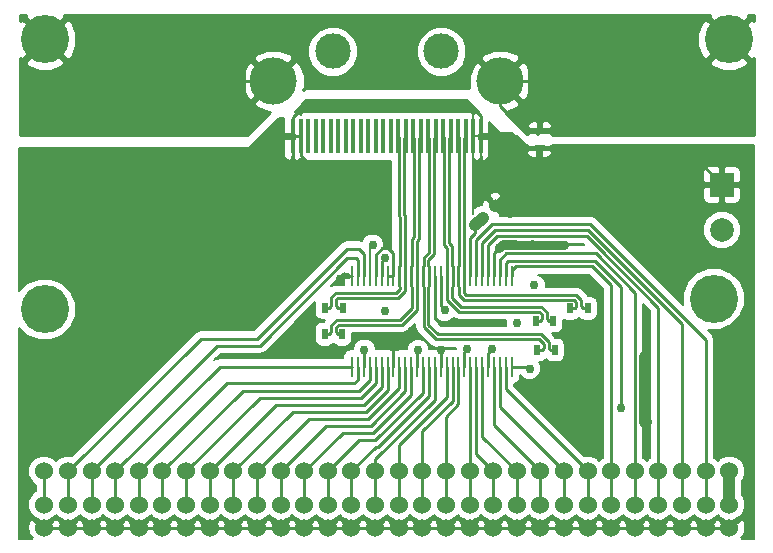
<source format=gtl>
G04 #@! TF.FileFunction,Copper,L1,Top,Signal*
%FSLAX46Y46*%
G04 Gerber Fmt 4.6, Leading zero omitted, Abs format (unit mm)*
G04 Created by KiCad (PCBNEW (2015-02-18 BZR 5430)-product) date 2015年02月19日 星期四 19时51分06秒*
%MOMM*%
G01*
G04 APERTURE LIST*
%ADD10C,0.150000*%
%ADD11C,1.524000*%
%ADD12C,3.000000*%
%ADD13C,4.000000*%
%ADD14R,3.000000X6.000000*%
%ADD15R,0.335000X3.000000*%
%ADD16R,0.900000X0.500000*%
%ADD17R,0.500000X0.900000*%
%ADD18R,0.270000X1.750000*%
%ADD19C,4.064000*%
%ADD20R,2.000000X2.000000*%
%ADD21C,2.000000*%
%ADD22C,0.762000*%
%ADD23C,0.254000*%
%ADD24C,1.016000*%
%ADD25C,0.152400*%
%ADD26C,0.762000*%
G04 APERTURE END LIST*
D10*
G36*
X123657992Y-48957338D02*
X123127662Y-48427008D01*
X123693348Y-47861322D01*
X124223678Y-48391652D01*
X123657992Y-48957338D01*
X123657992Y-48957338D01*
G37*
G36*
X124718652Y-47896678D02*
X124188322Y-47366348D01*
X124754008Y-46800662D01*
X125284338Y-47330992D01*
X124718652Y-47896678D01*
X124718652Y-47896678D01*
G37*
D11*
X144570000Y-69850000D03*
X142570000Y-69850000D03*
X140570000Y-69850000D03*
X138570000Y-69850000D03*
X136570000Y-69850000D03*
X134570000Y-69850000D03*
X132570000Y-69850000D03*
X130570000Y-69850000D03*
X128570000Y-69850000D03*
X126570000Y-69850000D03*
X124570000Y-69850000D03*
X122570000Y-69850000D03*
X120570000Y-69850000D03*
X118570000Y-69850000D03*
X116570000Y-69850000D03*
X114570000Y-69850000D03*
X112570000Y-69850000D03*
X110570000Y-69850000D03*
X108570000Y-69850000D03*
X106570000Y-69850000D03*
X104570000Y-69850000D03*
X102570000Y-69850000D03*
X100570000Y-69850000D03*
X98570000Y-69850000D03*
X96570000Y-69850000D03*
X94570000Y-69850000D03*
X92570000Y-69850000D03*
X90570000Y-69850000D03*
X88570000Y-69850000D03*
X86570000Y-69850000D03*
D12*
X120170000Y-34290000D03*
D13*
X125170000Y-36790000D03*
D14*
X128970000Y-36790000D03*
D15*
X116522500Y-41490000D03*
X115887500Y-41490000D03*
X117157500Y-41490000D03*
X117792500Y-41490000D03*
X120332400Y-41490000D03*
X119697500Y-41490000D03*
X118427500Y-41490000D03*
X119062400Y-41490000D03*
X122237500Y-41490000D03*
X121602500Y-41490000D03*
X122872500Y-41490000D03*
X123507500Y-41490000D03*
X120967500Y-41490000D03*
X112712500Y-41490000D03*
X115252500Y-41490000D03*
X114617600Y-41490000D03*
X113347500Y-41490000D03*
X113982500Y-41490000D03*
X110807500Y-41490000D03*
X110172500Y-41490000D03*
X111442600Y-41490000D03*
X112077500Y-41490000D03*
X109537500Y-41490000D03*
X108902500Y-41490000D03*
X107632500Y-41490000D03*
X108267500Y-41490000D03*
D14*
X102170000Y-36790000D03*
D13*
X105970000Y-36790000D03*
D12*
X110970000Y-34290000D03*
D16*
X128500000Y-41000000D03*
X128500000Y-42500000D03*
D17*
X111824200Y-55981600D03*
X110324200Y-55981600D03*
X111811500Y-58229500D03*
X110311500Y-58229500D03*
X129802320Y-59557920D03*
X128302320Y-59557920D03*
X129680400Y-57124600D03*
X128180400Y-57124600D03*
X132573460Y-56047640D03*
X131073460Y-56047640D03*
D18*
X125630000Y-60975000D03*
X126130000Y-60975000D03*
X125130000Y-60975000D03*
X124630000Y-60975000D03*
X122630000Y-60975000D03*
X123130000Y-60975000D03*
X124130000Y-60975000D03*
X123630000Y-60975000D03*
X119630000Y-60975000D03*
X120130000Y-60975000D03*
X119130000Y-60975000D03*
X118630000Y-60975000D03*
X120630000Y-60975000D03*
X121130000Y-60975000D03*
X122130000Y-60975000D03*
X121630000Y-60975000D03*
X113630000Y-60975000D03*
X114130000Y-60975000D03*
X113130000Y-60975000D03*
X112630000Y-60975000D03*
X115630000Y-60975000D03*
X116130000Y-60975000D03*
X115130000Y-60975000D03*
X114630000Y-60975000D03*
X116630000Y-60975000D03*
X117130000Y-60975000D03*
X118130000Y-60975000D03*
X117630000Y-60975000D03*
X117630000Y-53325000D03*
X118130000Y-53325000D03*
X117130000Y-53325000D03*
X116630000Y-53325000D03*
X114630000Y-53325000D03*
X115130000Y-53325000D03*
X116130000Y-53325000D03*
X115630000Y-53325000D03*
X112630000Y-53325000D03*
X113130000Y-53325000D03*
X114130000Y-53325000D03*
X113630000Y-53325000D03*
X121630000Y-53325000D03*
X122130000Y-53325000D03*
X121130000Y-53325000D03*
X120630000Y-53325000D03*
X118630000Y-53325000D03*
X119130000Y-53325000D03*
X120130000Y-53325000D03*
X119630000Y-53325000D03*
X123630000Y-53325000D03*
X124130000Y-53325000D03*
X123130000Y-53325000D03*
X122630000Y-53325000D03*
X124630000Y-53325000D03*
X125130000Y-53325000D03*
X126130000Y-53325000D03*
X125630000Y-53325000D03*
D19*
X144526000Y-33274000D03*
X86614000Y-33274000D03*
D20*
X143954500Y-45593000D03*
D21*
X143954500Y-49403000D03*
D19*
X86614000Y-56134000D03*
X143256000Y-55245000D03*
D11*
X86570000Y-74660000D03*
X86570000Y-72660000D03*
X88570000Y-74660000D03*
X88570000Y-72660000D03*
X90570000Y-74660000D03*
X90570000Y-72660000D03*
X92570000Y-74660000D03*
X92570000Y-72660000D03*
X94570000Y-74660000D03*
X94570000Y-72660000D03*
X96570000Y-74660000D03*
X96570000Y-72660000D03*
X98570000Y-74660000D03*
X98570000Y-72660000D03*
X100570000Y-74660000D03*
X100570000Y-72660000D03*
X102570000Y-74660000D03*
X102570000Y-72660000D03*
X104570000Y-74660000D03*
X104570000Y-72660000D03*
X106570000Y-74660000D03*
X106570000Y-72660000D03*
X108570000Y-74660000D03*
X108570000Y-72660000D03*
X110570000Y-74660000D03*
X110570000Y-72660000D03*
X112570000Y-74660000D03*
X112570000Y-72660000D03*
X114570000Y-74660000D03*
X114570000Y-72660000D03*
X116570000Y-74660000D03*
X116570000Y-72660000D03*
X118570000Y-74660000D03*
X118570000Y-72660000D03*
X120570000Y-74660000D03*
X120570000Y-72660000D03*
X122570000Y-74660000D03*
X122570000Y-72660000D03*
X124570000Y-74660000D03*
X124570000Y-72660000D03*
X126570000Y-74660000D03*
X126570000Y-72660000D03*
X128570000Y-74660000D03*
X128570000Y-72660000D03*
X130570000Y-74660000D03*
X130570000Y-72660000D03*
X132570000Y-74660000D03*
X132570000Y-72660000D03*
X134570000Y-74660000D03*
X134570000Y-72660000D03*
X136570000Y-74660000D03*
X136570000Y-72660000D03*
X138570000Y-74660000D03*
X138570000Y-72660000D03*
X140570000Y-74660000D03*
X140570000Y-72660000D03*
X142570000Y-74660000D03*
X142570000Y-72660000D03*
X144570000Y-74660000D03*
X144570000Y-72660000D03*
D22*
X128066800Y-54102000D03*
X120459500Y-56197500D03*
X123063000Y-49022000D03*
X115417600Y-56286400D03*
X126593600Y-57251600D03*
X114363500Y-50673000D03*
X115379500Y-51752500D03*
X113665000Y-59563000D03*
X118211600Y-59588400D03*
X122377200Y-59486800D03*
X127660400Y-61137800D03*
X126085600Y-45821600D03*
X127914400Y-46939200D03*
X130454400Y-47040800D03*
X134924800Y-47142400D03*
X137668000Y-44348400D03*
X132994400Y-44297600D03*
X128371600Y-44297600D03*
X125780800Y-43332400D03*
X123596400Y-44500800D03*
X123596400Y-46329600D03*
X110083600Y-48514000D03*
X115011200Y-48412400D03*
X114960400Y-45669200D03*
X110045500Y-44894500D03*
X109067600Y-45872400D03*
X126441200Y-50647600D03*
X127863600Y-50647600D03*
X132740400Y-64668400D03*
X130657600Y-65633600D03*
X137464800Y-60198000D03*
X137515600Y-65684400D03*
X130606800Y-50647600D03*
X124460000Y-59512200D03*
X115633500Y-50482500D03*
X121158000Y-57277000D03*
X125984000Y-47879000D03*
X116332000Y-59309000D03*
X120142000Y-59563000D03*
X111633000Y-53594000D03*
X125095000Y-50927000D03*
X135382000Y-64516000D03*
D23*
X120130000Y-53325000D02*
X120130000Y-55868000D01*
X120130000Y-55868000D02*
X120459500Y-56197500D01*
X123063000Y-49645418D02*
X123063000Y-49022000D01*
X122630000Y-53325000D02*
X122630000Y-52112798D01*
X122630000Y-52112798D02*
X122618500Y-52101298D01*
X122618500Y-52101298D02*
X122618500Y-50089918D01*
X122618500Y-50089918D02*
X123063000Y-49645418D01*
D24*
X123675670Y-48409330D02*
X123063000Y-49022000D01*
D23*
X125170000Y-36790000D02*
X128970000Y-36790000D01*
X105970000Y-36790000D02*
X102170000Y-36790000D01*
X128500000Y-37260000D02*
X128970000Y-36790000D01*
X128500000Y-41000000D02*
X128500000Y-37260000D01*
X128250000Y-41250000D02*
X128500000Y-41000000D01*
X128500000Y-41000000D02*
X128250000Y-41250000D01*
X125170000Y-38920000D02*
X127250000Y-41000000D01*
X127250000Y-41000000D02*
X128500000Y-41000000D01*
X125170000Y-36790000D02*
X125170000Y-38920000D01*
D25*
X114130000Y-53325000D02*
X114130000Y-50906500D01*
X114130000Y-50906500D02*
X114363500Y-50673000D01*
D23*
X115130000Y-53325000D02*
X115130000Y-52002000D01*
X115130000Y-52002000D02*
X115379500Y-51752500D01*
X117792500Y-41541702D02*
X117906798Y-41656000D01*
X117792500Y-41540800D02*
X117792500Y-41541702D01*
X117630000Y-52499198D02*
X117678198Y-52451000D01*
X117630000Y-53325000D02*
X117630000Y-52499198D01*
X117906798Y-43332400D02*
X117906798Y-43383200D01*
X117906798Y-41656000D02*
X117906798Y-43332400D01*
X117906798Y-49983962D02*
X117678198Y-50212562D01*
X117678198Y-50212562D02*
X117678198Y-52298600D01*
X117678198Y-52298600D02*
X117678198Y-52451000D01*
X117906798Y-43332400D02*
X117906798Y-49983962D01*
D25*
X117630000Y-53325000D02*
X117630000Y-54104600D01*
D23*
X117678200Y-54216300D02*
X117678200Y-54229000D01*
X117630000Y-54168100D02*
X117678200Y-54216300D01*
X117630000Y-53325000D02*
X117630000Y-54168100D01*
X110858300Y-57476960D02*
X111327502Y-57007758D01*
X111327502Y-57007758D02*
X116725002Y-57007758D01*
X116725002Y-57007758D02*
X117678200Y-56054560D01*
X117678200Y-56054560D02*
X117678200Y-54216300D01*
X110858300Y-58064400D02*
X110858300Y-57746900D01*
X110693200Y-58229500D02*
X110858300Y-58064400D01*
X110311500Y-58229500D02*
X110693200Y-58229500D01*
X110858300Y-57746900D02*
X110858300Y-57476960D01*
X118427500Y-41541700D02*
X118313200Y-41656000D01*
X118427500Y-41540800D02*
X118427500Y-41541700D01*
X118130000Y-52496400D02*
X118084600Y-52451000D01*
X118130000Y-53325000D02*
X118130000Y-52496400D01*
X118313200Y-50152300D02*
X118084600Y-50380900D01*
X118084600Y-50380900D02*
X118084600Y-52298600D01*
X118313200Y-43383200D02*
X118313200Y-41656000D01*
X118084600Y-52451000D02*
X118084600Y-52298600D01*
X118313200Y-43383200D02*
X118313200Y-50152300D01*
D25*
X118130000Y-53325000D02*
X118130000Y-54107402D01*
D23*
X118084602Y-54216300D02*
X118084602Y-54229000D01*
X118130000Y-54170902D02*
X118084602Y-54216300D01*
X118130000Y-53325000D02*
X118130000Y-54170902D01*
X111264702Y-57645298D02*
X111495840Y-57414160D01*
X111495840Y-57414160D02*
X116893340Y-57414160D01*
X116893340Y-57414160D02*
X118084602Y-56222898D01*
X118084602Y-56222898D02*
X118084602Y-54216300D01*
X111811500Y-58229500D02*
X111429802Y-58229500D01*
X111264702Y-58064400D02*
X111264702Y-57746900D01*
X111429802Y-58229500D02*
X111264702Y-58064400D01*
X111264702Y-57746900D02*
X111264702Y-57645298D01*
X121602500Y-41490902D02*
X121716798Y-41605200D01*
X121602500Y-41490000D02*
X121602500Y-41490902D01*
X121630000Y-52499698D02*
X121678698Y-52451000D01*
X121630000Y-53325000D02*
X121630000Y-52499698D01*
X121716798Y-49187102D02*
X121678698Y-49225202D01*
X121678698Y-49225202D02*
X121678698Y-52298600D01*
X121716798Y-43332400D02*
X121716798Y-41605200D01*
X121678698Y-52451000D02*
X121678698Y-52298600D01*
X121716798Y-43332400D02*
X121716798Y-49187102D01*
D25*
X121630000Y-53325000D02*
X121630000Y-54104100D01*
D23*
X121630000Y-53325000D02*
X121630000Y-54154900D01*
X131467860Y-56047640D02*
X131073460Y-56047640D01*
X131620260Y-55542180D02*
X131620260Y-55565040D01*
X131620260Y-55895240D02*
X131620260Y-55542180D01*
X131467860Y-56047640D02*
X131620260Y-55895240D01*
X131620260Y-55534560D02*
X131404360Y-55318660D01*
X131404360Y-55318660D02*
X122080020Y-55318660D01*
X122080020Y-55318660D02*
X121678700Y-54917340D01*
X121678700Y-54917340D02*
X121678700Y-54229000D01*
X121678700Y-54203600D02*
X121678700Y-54229000D01*
X121678700Y-54203600D02*
X121630000Y-54154900D01*
X131620260Y-55542180D02*
X131620260Y-55534560D01*
X122237500Y-41490900D02*
X122123200Y-41605200D01*
X122237500Y-41490000D02*
X122237500Y-41490900D01*
X122130000Y-52495900D02*
X122085100Y-52451000D01*
X122130000Y-53325000D02*
X122130000Y-52495900D01*
X122123200Y-49326800D02*
X122085100Y-49364900D01*
X122085100Y-49364900D02*
X122085100Y-52298600D01*
X122085100Y-52298600D02*
X122085100Y-52451000D01*
X122123200Y-41605200D02*
X122123200Y-43332400D01*
X122123200Y-43332400D02*
X122123200Y-49326800D01*
D25*
X122130000Y-53325000D02*
X122130000Y-54107902D01*
D23*
X122130000Y-53325000D02*
X122130000Y-54158702D01*
X132026662Y-55542180D02*
X132026662Y-55565040D01*
X132026662Y-55869840D02*
X132026662Y-55542180D01*
X132204462Y-56047640D02*
X132573460Y-56047640D01*
X132204462Y-56047640D02*
X132026662Y-55869840D01*
X122085102Y-54749002D02*
X122248358Y-54912258D01*
X122248358Y-54912258D02*
X131572698Y-54912258D01*
X131572698Y-54912258D02*
X132026662Y-55366222D01*
X132026662Y-55366222D02*
X132026662Y-55542180D01*
X122085102Y-54203600D02*
X122085102Y-54229000D01*
X122130000Y-54158702D02*
X122085102Y-54203600D01*
X122085102Y-54229000D02*
X122085102Y-54749002D01*
X120332400Y-41490802D02*
X120446798Y-41605200D01*
X120332400Y-41490000D02*
X120332400Y-41490802D01*
X120630000Y-52496398D02*
X120675398Y-52451000D01*
X120630000Y-53325000D02*
X120630000Y-52496398D01*
X120446798Y-50714338D02*
X120675398Y-50942938D01*
X120675398Y-50942938D02*
X120675398Y-52298600D01*
X120446798Y-43383200D02*
X120446798Y-41605200D01*
X120675398Y-52451000D02*
X120675398Y-52298600D01*
X120446798Y-43383200D02*
X120446798Y-50714338D01*
D25*
X120630000Y-53325000D02*
X120630000Y-54107400D01*
D23*
X120630000Y-53325000D02*
X120630000Y-54158200D01*
X120675400Y-55311740D02*
X120675400Y-54229000D01*
X128574798Y-57124600D02*
X128180400Y-57124600D01*
X128574798Y-57124600D02*
X128727198Y-56972200D01*
X120630000Y-54158200D02*
X120675400Y-54203600D01*
X120675400Y-54203600D02*
X120675400Y-54229000D01*
X128727198Y-56546178D02*
X128492822Y-56311802D01*
X128492822Y-56311802D02*
X121675462Y-56311802D01*
X121675462Y-56311802D02*
X120675400Y-55311740D01*
X128727198Y-56972200D02*
X128727198Y-56642000D01*
X128727198Y-56642000D02*
X128727198Y-56546178D01*
X120967500Y-41490900D02*
X120853200Y-41605200D01*
X120967500Y-41490000D02*
X120967500Y-41490900D01*
X121130000Y-52499200D02*
X121081800Y-52451000D01*
X121130000Y-53325000D02*
X121130000Y-52499200D01*
X120853200Y-50546000D02*
X121081800Y-50774600D01*
X121081800Y-50774600D02*
X121081800Y-52298600D01*
X120853200Y-43383200D02*
X120853200Y-41605200D01*
X121081800Y-52451000D02*
X121081800Y-52298600D01*
X120853200Y-43383200D02*
X120853200Y-50546000D01*
D25*
X121130000Y-53325000D02*
X121130000Y-54104602D01*
D23*
X121130000Y-53325000D02*
X121130000Y-54155402D01*
X121081802Y-55143402D02*
X121843800Y-55905400D01*
X121843800Y-55905400D02*
X128582420Y-55905400D01*
X129133600Y-56377840D02*
X129133600Y-56642000D01*
X129286000Y-57124600D02*
X129680400Y-57124600D01*
X129133600Y-56972200D02*
X129133600Y-56642000D01*
X129286000Y-57124600D02*
X129133600Y-56972200D01*
X121130000Y-54155402D02*
X121081802Y-54203600D01*
X121081802Y-54203600D02*
X121081802Y-54229000D01*
X121081802Y-54229000D02*
X121081802Y-55143402D01*
X128661160Y-55905400D02*
X129133600Y-56377840D01*
X128582420Y-55905400D02*
X128661160Y-55905400D01*
X119062500Y-41540800D02*
X119062500Y-41541702D01*
X119062500Y-41541702D02*
X119176798Y-41656000D01*
X118630000Y-52502498D02*
X118681498Y-52451000D01*
X118630000Y-53325000D02*
X118630000Y-52502498D01*
X119176798Y-51282602D02*
X118681498Y-51777902D01*
X118681498Y-51777902D02*
X118681498Y-52298600D01*
X119176798Y-43383200D02*
X119176798Y-41656000D01*
X118681498Y-52451000D02*
X118681498Y-52298600D01*
X119176798Y-43383200D02*
X119176798Y-51282602D01*
D25*
X118630000Y-53325000D02*
X118630000Y-54101300D01*
D23*
X118630000Y-53325000D02*
X118630000Y-54152100D01*
X128854198Y-59070938D02*
X128431862Y-58648602D01*
X128431862Y-58648602D02*
X121675462Y-58648602D01*
X118681500Y-55626000D02*
X118681500Y-54229000D01*
X128706878Y-59557920D02*
X128302320Y-59557920D01*
X128854198Y-59410600D02*
X128854198Y-59080400D01*
X128706878Y-59557920D02*
X128854198Y-59410600D01*
X118630000Y-54152100D02*
X118681500Y-54203600D01*
X118681500Y-54203600D02*
X118681500Y-54229000D01*
X128854198Y-59080400D02*
X128854198Y-59070938D01*
X118681500Y-57599580D02*
X119730522Y-58648602D01*
X119730522Y-58648602D02*
X121675462Y-58648602D01*
X118681500Y-55626000D02*
X118681500Y-57599580D01*
X119697500Y-41540800D02*
X119697500Y-41541700D01*
X119697500Y-41541700D02*
X119583200Y-41656000D01*
X119130000Y-52493100D02*
X119087900Y-52451000D01*
X119130000Y-53325000D02*
X119130000Y-52493100D01*
X119583200Y-51460400D02*
X119087900Y-51955700D01*
X119087900Y-51955700D02*
X119087900Y-52298600D01*
X119583200Y-43383200D02*
X119583200Y-41656000D01*
X119087900Y-52451000D02*
X119087900Y-52298600D01*
X119583200Y-43383200D02*
X119583200Y-51460400D01*
D25*
X119130000Y-53325000D02*
X119130000Y-54110702D01*
D23*
X119130000Y-53325000D02*
X119130000Y-54161502D01*
X122339100Y-58242200D02*
X128600200Y-58242200D01*
X128600200Y-58242200D02*
X129260600Y-58902600D01*
X129260600Y-58902600D02*
X129260600Y-59080400D01*
X129407920Y-59557920D02*
X129802320Y-59557920D01*
X129260600Y-59410600D02*
X129260600Y-59080400D01*
X129407920Y-59557920D02*
X129260600Y-59410600D01*
X119130000Y-54161502D02*
X119087902Y-54203600D01*
X119087902Y-54203600D02*
X119087902Y-54229000D01*
X119087902Y-54229000D02*
X119087902Y-55252620D01*
X119087902Y-57431242D02*
X119898860Y-58242200D01*
X119898860Y-58242200D02*
X122339100Y-58242200D01*
X119087902Y-55252620D02*
X119087902Y-57431242D01*
X116630000Y-52495898D02*
X116674898Y-52451000D01*
X116630000Y-53325000D02*
X116630000Y-52495898D01*
X116522500Y-41490902D02*
X116636798Y-41605200D01*
X116522500Y-41490000D02*
X116522500Y-41490902D01*
X116636798Y-48247300D02*
X116674898Y-48285400D01*
X116674898Y-48285400D02*
X116674898Y-52298600D01*
X116636798Y-43434000D02*
X116636798Y-41605200D01*
X116674898Y-52451000D02*
X116674898Y-52298600D01*
X116636798Y-43434000D02*
X116636798Y-48247300D01*
D25*
X116630000Y-53325000D02*
X116630000Y-54107900D01*
D23*
X116630000Y-53325000D02*
X116630000Y-54158700D01*
X116674900Y-54406800D02*
X116344700Y-54737000D01*
X116344700Y-54737000D02*
X111252000Y-54737000D01*
X111252000Y-54737000D02*
X110871000Y-55118000D01*
X110871000Y-55118000D02*
X110871000Y-55384700D01*
X110705900Y-55981600D02*
X110324200Y-55981600D01*
X110871000Y-55816500D02*
X110871000Y-55384700D01*
X110705900Y-55981600D02*
X110871000Y-55816500D01*
X116630000Y-54158700D02*
X116674900Y-54203600D01*
X116674900Y-54203600D02*
X116674900Y-54229000D01*
X116674900Y-54229000D02*
X116674900Y-54406800D01*
X117130000Y-52499700D02*
X117081300Y-52451000D01*
X117130000Y-53325000D02*
X117130000Y-52499700D01*
X117157500Y-41490900D02*
X117043200Y-41605200D01*
X117157500Y-41490000D02*
X117157500Y-41490900D01*
X117043200Y-48107600D02*
X117081300Y-48145700D01*
X117081300Y-48145700D02*
X117081300Y-52298600D01*
X117043200Y-43434000D02*
X117043200Y-41605200D01*
X117081300Y-52451000D02*
X117081300Y-52298600D01*
X117043200Y-43434000D02*
X117043200Y-48107600D01*
D25*
X117130000Y-53325000D02*
X117130000Y-54104102D01*
D23*
X117130000Y-53325000D02*
X117130000Y-54154902D01*
X111277402Y-55286338D02*
X111420338Y-55143402D01*
X111420338Y-55143402D02*
X116513038Y-55143402D01*
X116513038Y-55143402D02*
X117081302Y-54575138D01*
X117081302Y-54575138D02*
X117081302Y-54229000D01*
X111455202Y-55981600D02*
X111824200Y-55981600D01*
X111277402Y-55803800D02*
X111277402Y-55384700D01*
X111455202Y-55981600D02*
X111277402Y-55803800D01*
X117130000Y-54154902D02*
X117081302Y-54203600D01*
X117081302Y-54203600D02*
X117081302Y-54229000D01*
X111277402Y-55384700D02*
X111277402Y-55286338D01*
X113630000Y-60975000D02*
X113630000Y-59598000D01*
X113630000Y-59598000D02*
X113665000Y-59563000D01*
X118130000Y-60975000D02*
X118130000Y-59670000D01*
X118130000Y-59670000D02*
X118211600Y-59588400D01*
X122130000Y-60975000D02*
X122130000Y-59734000D01*
X122130000Y-59734000D02*
X122377200Y-59486800D01*
X126130000Y-60975000D02*
X127497600Y-60975000D01*
X127497600Y-60975000D02*
X127660400Y-61137800D01*
X142570000Y-74660000D02*
X144570000Y-74660000D01*
X140570000Y-74660000D02*
X142570000Y-74660000D01*
X138570000Y-74660000D02*
X140570000Y-74660000D01*
X136570000Y-74660000D02*
X138570000Y-74660000D01*
X134570000Y-74660000D02*
X136570000Y-74660000D01*
X132570000Y-74660000D02*
X134570000Y-74660000D01*
X130570000Y-74660000D02*
X132570000Y-74660000D01*
X128570000Y-74660000D02*
X130570000Y-74660000D01*
X126570000Y-74660000D02*
X128570000Y-74660000D01*
X124570000Y-74660000D02*
X126570000Y-74660000D01*
X122570000Y-74660000D02*
X124570000Y-74660000D01*
X120570000Y-74660000D02*
X122570000Y-74660000D01*
X118570000Y-74660000D02*
X120570000Y-74660000D01*
X116570000Y-74660000D02*
X118570000Y-74660000D01*
X114570000Y-74660000D02*
X116570000Y-74660000D01*
X112570000Y-74660000D02*
X114570000Y-74660000D01*
X110570000Y-74660000D02*
X112570000Y-74660000D01*
X108570000Y-74660000D02*
X110570000Y-74660000D01*
X106570000Y-74660000D02*
X108570000Y-74660000D01*
X104570000Y-74660000D02*
X106570000Y-74660000D01*
X102570000Y-74660000D02*
X104570000Y-74660000D01*
X100570000Y-74660000D02*
X102570000Y-74660000D01*
X98570000Y-74660000D02*
X100570000Y-74660000D01*
X96570000Y-74660000D02*
X98570000Y-74660000D01*
X94570000Y-74660000D02*
X96570000Y-74660000D01*
X92570000Y-74660000D02*
X94570000Y-74660000D01*
X90570000Y-74660000D02*
X92570000Y-74660000D01*
X88570000Y-74660000D02*
X90570000Y-74660000D01*
X86570000Y-74660000D02*
X88570000Y-74660000D01*
D26*
X125399798Y-50622202D02*
X125095000Y-50927000D01*
X126441200Y-50622202D02*
X125399798Y-50622202D01*
X126466598Y-50647600D02*
X126441200Y-50622202D01*
X127863600Y-50647600D02*
X126466598Y-50647600D01*
X130606800Y-50647600D02*
X127888998Y-50647600D01*
X127863600Y-50622202D02*
X127863600Y-50647600D01*
X127888998Y-50647600D02*
X127863600Y-50622202D01*
D24*
X110045500Y-44894500D02*
X114185700Y-44894500D01*
X126796800Y-45821600D02*
X126085600Y-45821600D01*
X127914400Y-46939200D02*
X126796800Y-45821600D01*
X134823200Y-47040800D02*
X130454400Y-47040800D01*
X134924800Y-47142400D02*
X134823200Y-47040800D01*
X133045200Y-44348400D02*
X137668000Y-44348400D01*
X132994400Y-44297600D02*
X133045200Y-44348400D01*
X126746000Y-44297600D02*
X128371600Y-44297600D01*
X125780800Y-43332400D02*
X126746000Y-44297600D01*
X123596400Y-46329600D02*
X123596400Y-44500800D01*
X110286800Y-48717200D02*
X110083600Y-48514000D01*
X114706400Y-48717200D02*
X110286800Y-48717200D01*
X115011200Y-48412400D02*
X114706400Y-48717200D01*
X114185700Y-44894500D02*
X114960400Y-45669200D01*
D23*
X126339600Y-50927000D02*
X126339600Y-50749200D01*
X126339600Y-50749200D02*
X126441200Y-50647600D01*
X126949200Y-50927000D02*
X127584200Y-50927000D01*
X127584200Y-50927000D02*
X127863600Y-50647600D01*
X127863600Y-50647600D02*
X127863600Y-50647600D01*
D24*
X131622800Y-64668400D02*
X132740400Y-64668400D01*
X130657600Y-65633600D02*
X131622800Y-64668400D01*
X137464800Y-65633600D02*
X137464800Y-60198000D01*
X137515600Y-65684400D02*
X137464800Y-65633600D01*
D23*
X107632500Y-41490000D02*
X107632500Y-44386500D01*
X110947200Y-47701200D02*
X112852200Y-47701200D01*
X107632500Y-44386500D02*
X110947200Y-47701200D01*
X108267500Y-41490000D02*
X108267500Y-43116500D01*
X108267500Y-43116500D02*
X110045500Y-44894500D01*
X110045500Y-44894500D02*
X112852200Y-47701200D01*
X112852200Y-47701200D02*
X115633500Y-50482500D01*
X130327400Y-50927000D02*
X126949200Y-50927000D01*
X126949200Y-50927000D02*
X126339600Y-50927000D01*
X126339600Y-50927000D02*
X125095000Y-50927000D01*
X130606800Y-50647600D02*
X130327400Y-50927000D01*
D25*
X122872500Y-41490000D02*
X122872500Y-48094900D01*
X122872500Y-48094900D02*
X122874523Y-48096923D01*
D23*
X124130000Y-60975000D02*
X124130000Y-59842200D01*
X124130000Y-59842200D02*
X124460000Y-59512200D01*
X115189000Y-50927000D02*
X115633500Y-50482500D01*
X114630000Y-53325000D02*
X114630000Y-51486000D01*
X116130000Y-51360000D02*
X116130000Y-53325000D01*
X115697000Y-50927000D02*
X116130000Y-51360000D01*
X115189000Y-50927000D02*
X115697000Y-50927000D01*
X114630000Y-51486000D02*
X115189000Y-50927000D01*
X119630000Y-53325000D02*
X119630000Y-56892000D01*
X120015000Y-57277000D02*
X121158000Y-57277000D01*
X119630000Y-56892000D02*
X120015000Y-57277000D01*
D24*
X124736330Y-47348670D02*
X125453670Y-47348670D01*
X125453670Y-47348670D02*
X125984000Y-47879000D01*
D23*
X128500000Y-42500000D02*
X140861500Y-42500000D01*
X140861500Y-42500000D02*
X143954500Y-45593000D01*
X116130000Y-60975000D02*
X116130000Y-59511000D01*
X116130000Y-59511000D02*
X116332000Y-59309000D01*
X120130000Y-60975000D02*
X120130000Y-59575000D01*
X120130000Y-59575000D02*
X120142000Y-59563000D01*
X112630000Y-53325000D02*
X111902000Y-53325000D01*
X111902000Y-53325000D02*
X111633000Y-53594000D01*
X116130000Y-53325000D02*
X115630000Y-53325000D01*
X124630000Y-53325000D02*
X124630000Y-51392000D01*
X124630000Y-51392000D02*
X125095000Y-50927000D01*
X107632500Y-41490000D02*
X107632500Y-39867500D01*
X123507500Y-39757500D02*
X123507500Y-41490000D01*
X122750000Y-39000000D02*
X123507500Y-39757500D01*
X121850000Y-39000000D02*
X122750000Y-39000000D01*
X108500000Y-39000000D02*
X121850000Y-39000000D01*
X108250000Y-39250000D02*
X108500000Y-39000000D01*
X107632500Y-39867500D02*
X108250000Y-39250000D01*
X107632500Y-41490000D02*
X108267500Y-41490000D01*
X127500000Y-42500000D02*
X126490000Y-41490000D01*
X126490000Y-41490000D02*
X123507500Y-41490000D01*
X128500000Y-42500000D02*
X127500000Y-42500000D01*
D25*
X122872500Y-43422500D02*
X123050000Y-43600000D01*
X123050000Y-43600000D02*
X123400000Y-43600000D01*
X123400000Y-43600000D02*
X123507500Y-43492500D01*
X123507500Y-43492500D02*
X123507500Y-41490000D01*
X122872500Y-41490000D02*
X122872500Y-43422500D01*
X122872500Y-39572500D02*
X122872500Y-41490000D01*
X122300000Y-39000000D02*
X122872500Y-39572500D01*
X121850000Y-39000000D02*
X122300000Y-39000000D01*
X122872500Y-41490000D02*
X123507500Y-41490000D01*
D23*
X132570000Y-72660000D02*
X132570000Y-69850000D01*
X125630000Y-62910000D02*
X132570000Y-69850000D01*
X125630000Y-60975000D02*
X125630000Y-62910000D01*
X130570000Y-69850000D02*
X130570000Y-72660000D01*
X125130000Y-64410000D02*
X130570000Y-69850000D01*
X125130000Y-60975000D02*
X125130000Y-64410000D01*
X128570000Y-72660000D02*
X128570000Y-69850000D01*
X124630000Y-65910000D02*
X128570000Y-69850000D01*
X124630000Y-60975000D02*
X124630000Y-65910000D01*
X122570000Y-69850000D02*
X122570000Y-72660000D01*
X122630000Y-69790000D02*
X122570000Y-69850000D01*
X122630000Y-60975000D02*
X122630000Y-69790000D01*
X124570000Y-72660000D02*
X124570000Y-69850000D01*
X123130000Y-68410000D02*
X124570000Y-69850000D01*
X123130000Y-60975000D02*
X123130000Y-68410000D01*
X126570000Y-69850000D02*
X126570000Y-72660000D01*
X123630000Y-66910000D02*
X126570000Y-69850000D01*
X123630000Y-60975000D02*
X123630000Y-66910000D01*
X114570000Y-69850000D02*
X114570000Y-72660000D01*
X119630000Y-63770000D02*
X114570000Y-68830000D01*
X114570000Y-68830000D02*
X114570000Y-69850000D01*
X119630000Y-60975000D02*
X119630000Y-63770000D01*
X112570000Y-69850000D02*
X112570000Y-72660000D01*
X119130000Y-63470000D02*
X114800000Y-67800000D01*
X114800000Y-67800000D02*
X114620000Y-67800000D01*
X114620000Y-67800000D02*
X112570000Y-69850000D01*
X119130000Y-60975000D02*
X119130000Y-63470000D01*
X110570000Y-69850000D02*
X110570000Y-72660000D01*
X118630000Y-63170000D02*
X114600000Y-67200000D01*
X114600000Y-67200000D02*
X113220000Y-67200000D01*
X113220000Y-67200000D02*
X110570000Y-69850000D01*
X118630000Y-60975000D02*
X118630000Y-63170000D01*
X116570000Y-72660000D02*
X116570000Y-69850000D01*
X120630000Y-63570000D02*
X116570000Y-67630000D01*
X116570000Y-67630000D02*
X116570000Y-69850000D01*
X120630000Y-60975000D02*
X120630000Y-63570000D01*
X118570000Y-69850000D02*
X118570000Y-72660000D01*
X121130000Y-63870000D02*
X118570000Y-66430000D01*
X118570000Y-66430000D02*
X118570000Y-69850000D01*
X121130000Y-60975000D02*
X121130000Y-63870000D01*
X120570000Y-72660000D02*
X120570000Y-69850000D01*
X121630000Y-64170000D02*
X120570000Y-65230000D01*
X120570000Y-65230000D02*
X120570000Y-69850000D01*
X121630000Y-60975000D02*
X121630000Y-64170000D01*
X96570000Y-72660000D02*
X96570000Y-69850000D01*
X103420000Y-63000000D02*
X96570000Y-69850000D01*
X114130000Y-60975000D02*
X114130000Y-62070000D01*
X114130000Y-62070000D02*
X113200000Y-63000000D01*
X113200000Y-63000000D02*
X103420000Y-63000000D01*
X94570000Y-69850000D02*
X94570000Y-72660000D01*
X113130000Y-62070000D02*
X112800000Y-62400000D01*
X112800000Y-62400000D02*
X102020000Y-62400000D01*
X102020000Y-62400000D02*
X94570000Y-69850000D01*
X113130000Y-60975000D02*
X113130000Y-62070000D01*
X92570000Y-72660000D02*
X92570000Y-69850000D01*
X101445000Y-60975000D02*
X92570000Y-69850000D01*
X112630000Y-60975000D02*
X101445000Y-60975000D01*
X102570000Y-69850000D02*
X102570000Y-72660000D01*
X115630000Y-62970000D02*
X113800000Y-64800000D01*
X113800000Y-64800000D02*
X107620000Y-64800000D01*
X107620000Y-64800000D02*
X102570000Y-69850000D01*
X115630000Y-60975000D02*
X115630000Y-62970000D01*
X115130000Y-60975000D02*
X115130000Y-62670000D01*
X100570000Y-72660000D02*
X100570000Y-69850000D01*
X106220000Y-64200000D02*
X100570000Y-69850000D01*
X115130000Y-62670000D02*
X113600000Y-64200000D01*
X113600000Y-64200000D02*
X106220000Y-64200000D01*
X98570000Y-69850000D02*
X98570000Y-72660000D01*
X104820000Y-63600000D02*
X98570000Y-69850000D01*
X114630000Y-60975000D02*
X114630000Y-62370000D01*
X114630000Y-62370000D02*
X113400000Y-63600000D01*
X113400000Y-63600000D02*
X104820000Y-63600000D01*
X104570000Y-72660000D02*
X104570000Y-69850000D01*
X109020000Y-65400000D02*
X104570000Y-69850000D01*
X114000000Y-65400000D02*
X109020000Y-65400000D01*
X116630000Y-62770000D02*
X114000000Y-65400000D01*
X116630000Y-60975000D02*
X116630000Y-62770000D01*
X106570000Y-69850000D02*
X106570000Y-72660000D01*
X110420000Y-66000000D02*
X106570000Y-69850000D01*
X114200000Y-66000000D02*
X110420000Y-66000000D01*
X117130000Y-63070000D02*
X114200000Y-66000000D01*
X117130000Y-60975000D02*
X117130000Y-63070000D01*
X108570000Y-72660000D02*
X108570000Y-69850000D01*
X117630000Y-63370000D02*
X114400000Y-66600000D01*
X114400000Y-66600000D02*
X111820000Y-66600000D01*
X111820000Y-66600000D02*
X108570000Y-69850000D01*
X117630000Y-60975000D02*
X117630000Y-63370000D01*
X113000000Y-51800000D02*
X112200000Y-51800000D01*
X112200000Y-51800000D02*
X104800000Y-59200000D01*
X104800000Y-59200000D02*
X101220000Y-59200000D01*
X113130000Y-51930000D02*
X113000000Y-51800000D01*
X90570000Y-69850000D02*
X90570000Y-72660000D01*
X101220000Y-59200000D02*
X90570000Y-69850000D01*
X113130000Y-53325000D02*
X113130000Y-51930000D01*
X113630000Y-51430000D02*
X113200000Y-51000000D01*
X113200000Y-51000000D02*
X112200000Y-51000000D01*
X112200000Y-51000000D02*
X104600000Y-58600000D01*
X104600000Y-58600000D02*
X99820000Y-58600000D01*
X88570000Y-72660000D02*
X88570000Y-69850000D01*
X99820000Y-58600000D02*
X88570000Y-69850000D01*
X113630000Y-53325000D02*
X113630000Y-51430000D01*
X140570000Y-72660000D02*
X140570000Y-69850000D01*
X123630000Y-50690202D02*
X123630000Y-50487000D01*
X132627218Y-49403000D02*
X133624218Y-50400000D01*
X124714000Y-49403000D02*
X132627218Y-49403000D01*
X123630000Y-50487000D02*
X124714000Y-49403000D01*
X123630000Y-52070000D02*
X123630000Y-50690202D01*
X123630000Y-53325000D02*
X123630000Y-52070000D01*
X133624218Y-50400000D02*
X140570000Y-57345782D01*
X140570000Y-57345782D02*
X140570000Y-69850000D01*
X138570000Y-69850000D02*
X138570000Y-72660000D01*
X124130000Y-51308000D02*
X124130000Y-50698202D01*
X133434838Y-50857202D02*
X138570000Y-55992364D01*
X138570000Y-55992364D02*
X138570000Y-69850000D01*
X124130000Y-53325000D02*
X124130000Y-51308000D01*
X124130000Y-50698202D02*
X124917202Y-49911000D01*
X124917202Y-49911000D02*
X132488636Y-49911000D01*
X132488636Y-49911000D02*
X133434838Y-50857202D01*
X142570000Y-69850000D02*
X142570000Y-72660000D01*
X123130000Y-50673000D02*
X123130000Y-50225000D01*
X132765800Y-48895000D02*
X133770800Y-49900000D01*
X124460000Y-48895000D02*
X132765800Y-48895000D01*
X123130000Y-50225000D02*
X124460000Y-48895000D01*
X123130000Y-53325000D02*
X123130000Y-50673000D01*
X133770800Y-49900000D02*
X142570000Y-58699200D01*
X142570000Y-58699200D02*
X142570000Y-69850000D01*
X136570000Y-72660000D02*
X136570000Y-69850000D01*
X125130000Y-51970000D02*
X125700000Y-51400000D01*
X125700000Y-51400000D02*
X126500000Y-51400000D01*
X125130000Y-53325000D02*
X125130000Y-51970000D01*
X126500000Y-51400000D02*
X128778000Y-51400000D01*
X133238800Y-51400000D02*
X136570000Y-54731200D01*
X136570000Y-54731200D02*
X136570000Y-69850000D01*
X128778000Y-51400000D02*
X133238800Y-51400000D01*
X134570000Y-69850000D02*
X134570000Y-72660000D01*
X126492000Y-52476400D02*
X128066800Y-52476400D01*
X126130000Y-52838400D02*
X126492000Y-52476400D01*
X126130000Y-53325000D02*
X126130000Y-52838400D01*
X132943600Y-52476400D02*
X134570000Y-54102800D01*
X134570000Y-54102800D02*
X134570000Y-69850000D01*
X128066800Y-52476400D02*
X132943600Y-52476400D01*
X135400000Y-60833000D02*
X135400000Y-64498000D01*
X135400000Y-64498000D02*
X135382000Y-64516000D01*
X133192218Y-52000000D02*
X135400000Y-54207782D01*
X135400000Y-54207782D02*
X135400000Y-60833000D01*
X128625600Y-52000000D02*
X133192218Y-52000000D01*
X125800000Y-52000000D02*
X128625600Y-52000000D01*
X125630000Y-52170000D02*
X125800000Y-52000000D01*
X86570000Y-69850000D02*
X86570000Y-72660000D01*
X125630000Y-53325000D02*
X125630000Y-52170000D01*
D24*
X144570000Y-72660000D02*
X144570000Y-69850000D01*
X144570000Y-69850000D02*
X144602200Y-69817800D01*
X144602200Y-69817800D02*
X144602200Y-69773800D01*
X144602200Y-69773800D02*
X144570000Y-69850000D01*
D23*
G36*
X146635000Y-41373000D02*
X146244516Y-41373000D01*
X146244516Y-35172121D01*
X144526000Y-33453605D01*
X144346395Y-33633210D01*
X144346395Y-33274000D01*
X142627879Y-31555484D01*
X142253832Y-31780154D01*
X141855120Y-32763388D01*
X141863025Y-33824357D01*
X142253832Y-34767846D01*
X142627879Y-34992516D01*
X144346395Y-33274000D01*
X144346395Y-33633210D01*
X142807484Y-35172121D01*
X143032154Y-35546168D01*
X144015388Y-35944880D01*
X145076357Y-35936975D01*
X146019846Y-35546168D01*
X146244516Y-35172121D01*
X146244516Y-41373000D01*
X129585000Y-41373000D01*
X129585000Y-41283750D01*
X129585000Y-40716250D01*
X129585000Y-40623691D01*
X129488327Y-40390302D01*
X129309699Y-40211673D01*
X129076310Y-40115000D01*
X128823691Y-40115000D01*
X128785750Y-40115000D01*
X128627000Y-40273750D01*
X128627000Y-40875000D01*
X129426250Y-40875000D01*
X129585000Y-40716250D01*
X129585000Y-41283750D01*
X129426250Y-41125000D01*
X128627000Y-41125000D01*
X128627000Y-41147000D01*
X128373000Y-41147000D01*
X128373000Y-41125000D01*
X128373000Y-40875000D01*
X128373000Y-40273750D01*
X128214250Y-40115000D01*
X128176309Y-40115000D01*
X127923690Y-40115000D01*
X127809119Y-40162456D01*
X127809119Y-37292988D01*
X127800713Y-36244753D01*
X127415743Y-35315353D01*
X127045022Y-35094584D01*
X126865416Y-35274189D01*
X126865416Y-34914978D01*
X126644647Y-34544257D01*
X125672988Y-34150881D01*
X124624753Y-34159287D01*
X123695353Y-34544257D01*
X123474584Y-34914978D01*
X125170000Y-36610395D01*
X126865416Y-34914978D01*
X126865416Y-35274189D01*
X125349605Y-36790000D01*
X127045022Y-38485416D01*
X127415743Y-38264647D01*
X127809119Y-37292988D01*
X127809119Y-40162456D01*
X127690301Y-40211673D01*
X127511673Y-40390302D01*
X127415000Y-40623691D01*
X127415000Y-40716250D01*
X127573750Y-40875000D01*
X128373000Y-40875000D01*
X128373000Y-41125000D01*
X127573750Y-41125000D01*
X127439177Y-41259572D01*
X125601232Y-39421627D01*
X125715247Y-39420713D01*
X126644647Y-39035743D01*
X126865416Y-38665022D01*
X125170000Y-36969605D01*
X125155857Y-36983747D01*
X124976252Y-36804142D01*
X124990395Y-36790000D01*
X123294978Y-35094584D01*
X122924257Y-35315353D01*
X122530881Y-36287012D01*
X122539287Y-37335247D01*
X122556565Y-37376960D01*
X122552605Y-37373000D01*
X122305370Y-37373000D01*
X122305370Y-33867185D01*
X121981020Y-33082200D01*
X121380959Y-32481091D01*
X120596541Y-32155372D01*
X119747185Y-32154630D01*
X118962200Y-32478980D01*
X118361091Y-33079041D01*
X118035372Y-33863459D01*
X118034630Y-34712815D01*
X118358980Y-35497800D01*
X118959041Y-36098909D01*
X119743459Y-36424628D01*
X120592815Y-36425370D01*
X121377800Y-36101020D01*
X121978909Y-35500959D01*
X122304628Y-34716541D01*
X122305370Y-33867185D01*
X122305370Y-37373000D01*
X113105370Y-37373000D01*
X113105370Y-33867185D01*
X112781020Y-33082200D01*
X112180959Y-32481091D01*
X111396541Y-32155372D01*
X110547185Y-32154630D01*
X109762200Y-32478980D01*
X109161091Y-33079041D01*
X108835372Y-33863459D01*
X108834630Y-34712815D01*
X109158980Y-35497800D01*
X109759041Y-36098909D01*
X110543459Y-36424628D01*
X111392815Y-36425370D01*
X112177800Y-36101020D01*
X112778909Y-35500959D01*
X113104628Y-34716541D01*
X113105370Y-33867185D01*
X113105370Y-37373000D01*
X108697395Y-37373000D01*
X108494641Y-37575753D01*
X108609119Y-37292988D01*
X108600713Y-36244753D01*
X108215743Y-35315353D01*
X107845022Y-35094584D01*
X107665416Y-35274189D01*
X107665416Y-34914978D01*
X107444647Y-34544257D01*
X106472988Y-34150881D01*
X105424753Y-34159287D01*
X104495353Y-34544257D01*
X104274584Y-34914978D01*
X105970000Y-36610395D01*
X107665416Y-34914978D01*
X107665416Y-35274189D01*
X106149605Y-36790000D01*
X106163747Y-36804142D01*
X105984142Y-36983747D01*
X105970000Y-36969605D01*
X105790395Y-37149210D01*
X105790395Y-36790000D01*
X104094978Y-35094584D01*
X103724257Y-35315353D01*
X103330881Y-36287012D01*
X103339287Y-37335247D01*
X103724257Y-38264647D01*
X104094978Y-38485416D01*
X105790395Y-36790000D01*
X105790395Y-37149210D01*
X104274584Y-38665022D01*
X104495353Y-39035743D01*
X105467012Y-39429119D01*
X105642684Y-39427710D01*
X103697395Y-41373000D01*
X89284880Y-41373000D01*
X89284880Y-33784612D01*
X89276975Y-32723643D01*
X88886168Y-31780154D01*
X88512121Y-31555484D01*
X86793605Y-33274000D01*
X88512121Y-34992516D01*
X88886168Y-34767846D01*
X89284880Y-33784612D01*
X89284880Y-41373000D01*
X88332516Y-41373000D01*
X88332516Y-35172121D01*
X86614000Y-33453605D01*
X84895484Y-35172121D01*
X85120154Y-35546168D01*
X86103388Y-35944880D01*
X87164357Y-35936975D01*
X88107846Y-35546168D01*
X88332516Y-35172121D01*
X88332516Y-41373000D01*
X84505000Y-41373000D01*
X84505000Y-34865852D01*
X84715879Y-34992516D01*
X86434395Y-33274000D01*
X84715879Y-31555484D01*
X84505000Y-31682147D01*
X84505000Y-31165000D01*
X85022147Y-31165000D01*
X84895484Y-31375879D01*
X86614000Y-33094395D01*
X88332516Y-31375879D01*
X88205852Y-31165000D01*
X142934147Y-31165000D01*
X142807484Y-31375879D01*
X144526000Y-33094395D01*
X146244516Y-31375879D01*
X146117852Y-31165000D01*
X146635000Y-31165000D01*
X146635000Y-31682147D01*
X146424121Y-31555484D01*
X144705605Y-33274000D01*
X146424121Y-34992516D01*
X146635000Y-34865852D01*
X146635000Y-41373000D01*
X146635000Y-41373000D01*
G37*
X146635000Y-41373000D02*
X146244516Y-41373000D01*
X146244516Y-35172121D01*
X144526000Y-33453605D01*
X144346395Y-33633210D01*
X144346395Y-33274000D01*
X142627879Y-31555484D01*
X142253832Y-31780154D01*
X141855120Y-32763388D01*
X141863025Y-33824357D01*
X142253832Y-34767846D01*
X142627879Y-34992516D01*
X144346395Y-33274000D01*
X144346395Y-33633210D01*
X142807484Y-35172121D01*
X143032154Y-35546168D01*
X144015388Y-35944880D01*
X145076357Y-35936975D01*
X146019846Y-35546168D01*
X146244516Y-35172121D01*
X146244516Y-41373000D01*
X129585000Y-41373000D01*
X129585000Y-41283750D01*
X129585000Y-40716250D01*
X129585000Y-40623691D01*
X129488327Y-40390302D01*
X129309699Y-40211673D01*
X129076310Y-40115000D01*
X128823691Y-40115000D01*
X128785750Y-40115000D01*
X128627000Y-40273750D01*
X128627000Y-40875000D01*
X129426250Y-40875000D01*
X129585000Y-40716250D01*
X129585000Y-41283750D01*
X129426250Y-41125000D01*
X128627000Y-41125000D01*
X128627000Y-41147000D01*
X128373000Y-41147000D01*
X128373000Y-41125000D01*
X128373000Y-40875000D01*
X128373000Y-40273750D01*
X128214250Y-40115000D01*
X128176309Y-40115000D01*
X127923690Y-40115000D01*
X127809119Y-40162456D01*
X127809119Y-37292988D01*
X127800713Y-36244753D01*
X127415743Y-35315353D01*
X127045022Y-35094584D01*
X126865416Y-35274189D01*
X126865416Y-34914978D01*
X126644647Y-34544257D01*
X125672988Y-34150881D01*
X124624753Y-34159287D01*
X123695353Y-34544257D01*
X123474584Y-34914978D01*
X125170000Y-36610395D01*
X126865416Y-34914978D01*
X126865416Y-35274189D01*
X125349605Y-36790000D01*
X127045022Y-38485416D01*
X127415743Y-38264647D01*
X127809119Y-37292988D01*
X127809119Y-40162456D01*
X127690301Y-40211673D01*
X127511673Y-40390302D01*
X127415000Y-40623691D01*
X127415000Y-40716250D01*
X127573750Y-40875000D01*
X128373000Y-40875000D01*
X128373000Y-41125000D01*
X127573750Y-41125000D01*
X127439177Y-41259572D01*
X125601232Y-39421627D01*
X125715247Y-39420713D01*
X126644647Y-39035743D01*
X126865416Y-38665022D01*
X125170000Y-36969605D01*
X125155857Y-36983747D01*
X124976252Y-36804142D01*
X124990395Y-36790000D01*
X123294978Y-35094584D01*
X122924257Y-35315353D01*
X122530881Y-36287012D01*
X122539287Y-37335247D01*
X122556565Y-37376960D01*
X122552605Y-37373000D01*
X122305370Y-37373000D01*
X122305370Y-33867185D01*
X121981020Y-33082200D01*
X121380959Y-32481091D01*
X120596541Y-32155372D01*
X119747185Y-32154630D01*
X118962200Y-32478980D01*
X118361091Y-33079041D01*
X118035372Y-33863459D01*
X118034630Y-34712815D01*
X118358980Y-35497800D01*
X118959041Y-36098909D01*
X119743459Y-36424628D01*
X120592815Y-36425370D01*
X121377800Y-36101020D01*
X121978909Y-35500959D01*
X122304628Y-34716541D01*
X122305370Y-33867185D01*
X122305370Y-37373000D01*
X113105370Y-37373000D01*
X113105370Y-33867185D01*
X112781020Y-33082200D01*
X112180959Y-32481091D01*
X111396541Y-32155372D01*
X110547185Y-32154630D01*
X109762200Y-32478980D01*
X109161091Y-33079041D01*
X108835372Y-33863459D01*
X108834630Y-34712815D01*
X109158980Y-35497800D01*
X109759041Y-36098909D01*
X110543459Y-36424628D01*
X111392815Y-36425370D01*
X112177800Y-36101020D01*
X112778909Y-35500959D01*
X113104628Y-34716541D01*
X113105370Y-33867185D01*
X113105370Y-37373000D01*
X108697395Y-37373000D01*
X108494641Y-37575753D01*
X108609119Y-37292988D01*
X108600713Y-36244753D01*
X108215743Y-35315353D01*
X107845022Y-35094584D01*
X107665416Y-35274189D01*
X107665416Y-34914978D01*
X107444647Y-34544257D01*
X106472988Y-34150881D01*
X105424753Y-34159287D01*
X104495353Y-34544257D01*
X104274584Y-34914978D01*
X105970000Y-36610395D01*
X107665416Y-34914978D01*
X107665416Y-35274189D01*
X106149605Y-36790000D01*
X106163747Y-36804142D01*
X105984142Y-36983747D01*
X105970000Y-36969605D01*
X105790395Y-37149210D01*
X105790395Y-36790000D01*
X104094978Y-35094584D01*
X103724257Y-35315353D01*
X103330881Y-36287012D01*
X103339287Y-37335247D01*
X103724257Y-38264647D01*
X104094978Y-38485416D01*
X105790395Y-36790000D01*
X105790395Y-37149210D01*
X104274584Y-38665022D01*
X104495353Y-39035743D01*
X105467012Y-39429119D01*
X105642684Y-39427710D01*
X103697395Y-41373000D01*
X89284880Y-41373000D01*
X89284880Y-33784612D01*
X89276975Y-32723643D01*
X88886168Y-31780154D01*
X88512121Y-31555484D01*
X86793605Y-33274000D01*
X88512121Y-34992516D01*
X88886168Y-34767846D01*
X89284880Y-33784612D01*
X89284880Y-41373000D01*
X88332516Y-41373000D01*
X88332516Y-35172121D01*
X86614000Y-33453605D01*
X84895484Y-35172121D01*
X85120154Y-35546168D01*
X86103388Y-35944880D01*
X87164357Y-35936975D01*
X88107846Y-35546168D01*
X88332516Y-35172121D01*
X88332516Y-41373000D01*
X84505000Y-41373000D01*
X84505000Y-34865852D01*
X84715879Y-34992516D01*
X86434395Y-33274000D01*
X84715879Y-31555484D01*
X84505000Y-31682147D01*
X84505000Y-31165000D01*
X85022147Y-31165000D01*
X84895484Y-31375879D01*
X86614000Y-33094395D01*
X88332516Y-31375879D01*
X88205852Y-31165000D01*
X142934147Y-31165000D01*
X142807484Y-31375879D01*
X144526000Y-33094395D01*
X146244516Y-31375879D01*
X146117852Y-31165000D01*
X146635000Y-31165000D01*
X146635000Y-31682147D01*
X146424121Y-31555484D01*
X144705605Y-33274000D01*
X146424121Y-34992516D01*
X146635000Y-34865852D01*
X146635000Y-41373000D01*
D25*
G36*
X112399355Y-53502800D02*
X112056850Y-53502800D01*
X111910800Y-53648850D01*
X111910800Y-54025800D01*
X111252000Y-54025800D01*
X110979836Y-54079937D01*
X110903274Y-54131094D01*
X110817146Y-54188642D01*
X111957719Y-53048069D01*
X112056850Y-53147200D01*
X112399355Y-53147200D01*
X112399355Y-53502800D01*
X112399355Y-53502800D01*
G37*
X112399355Y-53502800D02*
X112056850Y-53502800D01*
X111910800Y-53648850D01*
X111910800Y-54025800D01*
X111252000Y-54025800D01*
X110979836Y-54079937D01*
X110903274Y-54131094D01*
X110817146Y-54188642D01*
X111957719Y-53048069D01*
X112056850Y-53147200D01*
X112399355Y-53147200D01*
X112399355Y-53502800D01*
G36*
X121412110Y-59359802D02*
X121411970Y-59520464D01*
X121378098Y-59527036D01*
X121265000Y-59504355D01*
X120995000Y-59504355D01*
X120878098Y-59527036D01*
X120765000Y-59504355D01*
X120495000Y-59504355D01*
X120398687Y-59523041D01*
X120381205Y-59515800D01*
X120343550Y-59515800D01*
X120321291Y-59538058D01*
X120272247Y-59547574D01*
X120129438Y-59641383D01*
X119994669Y-59550414D01*
X119940125Y-59539475D01*
X119916450Y-59515800D01*
X119878795Y-59515800D01*
X119860290Y-59523464D01*
X119765000Y-59504355D01*
X119495000Y-59504355D01*
X119378098Y-59527036D01*
X119265000Y-59504355D01*
X119176873Y-59504355D01*
X119176967Y-59397252D01*
X119030334Y-59042373D01*
X118759056Y-58770621D01*
X118404432Y-58623368D01*
X118020452Y-58623033D01*
X117665573Y-58769666D01*
X117393821Y-59040944D01*
X117246568Y-59395568D01*
X117246473Y-59504355D01*
X116995000Y-59504355D01*
X116878098Y-59527036D01*
X116765000Y-59504355D01*
X116495000Y-59504355D01*
X116398687Y-59523041D01*
X116381205Y-59515800D01*
X116343550Y-59515800D01*
X116321291Y-59538058D01*
X116272247Y-59547574D01*
X116129438Y-59641383D01*
X115994669Y-59550414D01*
X115940125Y-59539475D01*
X115916450Y-59515800D01*
X115878795Y-59515800D01*
X115860290Y-59523464D01*
X115765000Y-59504355D01*
X115495000Y-59504355D01*
X115378098Y-59527036D01*
X115265000Y-59504355D01*
X114995000Y-59504355D01*
X114878098Y-59527036D01*
X114765000Y-59504355D01*
X114630251Y-59504355D01*
X114630367Y-59371852D01*
X114483734Y-59016973D01*
X114212456Y-58745221D01*
X113857832Y-58597968D01*
X113473852Y-58597633D01*
X113118973Y-58744266D01*
X112847221Y-59015544D01*
X112699968Y-59370168D01*
X112699850Y-59504355D01*
X112495000Y-59504355D01*
X112272247Y-59547574D01*
X112076467Y-59676180D01*
X111945414Y-59870331D01*
X111899355Y-60100000D01*
X111899355Y-60263800D01*
X101445000Y-60263800D01*
X101172836Y-60317937D01*
X101096274Y-60369094D01*
X100976996Y-60448792D01*
X101514588Y-59911200D01*
X104800000Y-59911200D01*
X105072164Y-59857063D01*
X105072165Y-59857063D01*
X105302894Y-59702894D01*
X109479650Y-55526138D01*
X109478555Y-55531600D01*
X109478555Y-56431600D01*
X109521774Y-56654353D01*
X109650380Y-56850133D01*
X109844531Y-56981186D01*
X110074200Y-57027245D01*
X110319872Y-57027245D01*
X110215228Y-57183855D01*
X110061500Y-57183855D01*
X109838747Y-57227074D01*
X109642967Y-57355680D01*
X109511914Y-57549831D01*
X109465855Y-57779500D01*
X109465855Y-58679500D01*
X109509074Y-58902253D01*
X109637680Y-59098033D01*
X109831831Y-59229086D01*
X110061500Y-59275145D01*
X110561500Y-59275145D01*
X110784253Y-59231926D01*
X110980033Y-59103320D01*
X111061688Y-58982349D01*
X111137680Y-59098033D01*
X111331831Y-59229086D01*
X111561500Y-59275145D01*
X112061500Y-59275145D01*
X112284253Y-59231926D01*
X112480033Y-59103320D01*
X112611086Y-58909169D01*
X112657145Y-58679500D01*
X112657145Y-58125360D01*
X116893340Y-58125360D01*
X117165504Y-58071223D01*
X117165505Y-58071223D01*
X117396234Y-57917054D01*
X117970300Y-57342988D01*
X117970300Y-57599580D01*
X118024437Y-57871745D01*
X118178606Y-58102474D01*
X119227628Y-59151496D01*
X119458357Y-59305665D01*
X119458358Y-59305665D01*
X119503512Y-59314646D01*
X119730522Y-59359802D01*
X121412110Y-59359802D01*
X121412110Y-59359802D01*
G37*
X121412110Y-59359802D02*
X121411970Y-59520464D01*
X121378098Y-59527036D01*
X121265000Y-59504355D01*
X120995000Y-59504355D01*
X120878098Y-59527036D01*
X120765000Y-59504355D01*
X120495000Y-59504355D01*
X120398687Y-59523041D01*
X120381205Y-59515800D01*
X120343550Y-59515800D01*
X120321291Y-59538058D01*
X120272247Y-59547574D01*
X120129438Y-59641383D01*
X119994669Y-59550414D01*
X119940125Y-59539475D01*
X119916450Y-59515800D01*
X119878795Y-59515800D01*
X119860290Y-59523464D01*
X119765000Y-59504355D01*
X119495000Y-59504355D01*
X119378098Y-59527036D01*
X119265000Y-59504355D01*
X119176873Y-59504355D01*
X119176967Y-59397252D01*
X119030334Y-59042373D01*
X118759056Y-58770621D01*
X118404432Y-58623368D01*
X118020452Y-58623033D01*
X117665573Y-58769666D01*
X117393821Y-59040944D01*
X117246568Y-59395568D01*
X117246473Y-59504355D01*
X116995000Y-59504355D01*
X116878098Y-59527036D01*
X116765000Y-59504355D01*
X116495000Y-59504355D01*
X116398687Y-59523041D01*
X116381205Y-59515800D01*
X116343550Y-59515800D01*
X116321291Y-59538058D01*
X116272247Y-59547574D01*
X116129438Y-59641383D01*
X115994669Y-59550414D01*
X115940125Y-59539475D01*
X115916450Y-59515800D01*
X115878795Y-59515800D01*
X115860290Y-59523464D01*
X115765000Y-59504355D01*
X115495000Y-59504355D01*
X115378098Y-59527036D01*
X115265000Y-59504355D01*
X114995000Y-59504355D01*
X114878098Y-59527036D01*
X114765000Y-59504355D01*
X114630251Y-59504355D01*
X114630367Y-59371852D01*
X114483734Y-59016973D01*
X114212456Y-58745221D01*
X113857832Y-58597968D01*
X113473852Y-58597633D01*
X113118973Y-58744266D01*
X112847221Y-59015544D01*
X112699968Y-59370168D01*
X112699850Y-59504355D01*
X112495000Y-59504355D01*
X112272247Y-59547574D01*
X112076467Y-59676180D01*
X111945414Y-59870331D01*
X111899355Y-60100000D01*
X111899355Y-60263800D01*
X101445000Y-60263800D01*
X101172836Y-60317937D01*
X101096274Y-60369094D01*
X100976996Y-60448792D01*
X101514588Y-59911200D01*
X104800000Y-59911200D01*
X105072164Y-59857063D01*
X105072165Y-59857063D01*
X105302894Y-59702894D01*
X109479650Y-55526138D01*
X109478555Y-55531600D01*
X109478555Y-56431600D01*
X109521774Y-56654353D01*
X109650380Y-56850133D01*
X109844531Y-56981186D01*
X110074200Y-57027245D01*
X110319872Y-57027245D01*
X110215228Y-57183855D01*
X110061500Y-57183855D01*
X109838747Y-57227074D01*
X109642967Y-57355680D01*
X109511914Y-57549831D01*
X109465855Y-57779500D01*
X109465855Y-58679500D01*
X109509074Y-58902253D01*
X109637680Y-59098033D01*
X109831831Y-59229086D01*
X110061500Y-59275145D01*
X110561500Y-59275145D01*
X110784253Y-59231926D01*
X110980033Y-59103320D01*
X111061688Y-58982349D01*
X111137680Y-59098033D01*
X111331831Y-59229086D01*
X111561500Y-59275145D01*
X112061500Y-59275145D01*
X112284253Y-59231926D01*
X112480033Y-59103320D01*
X112611086Y-58909169D01*
X112657145Y-58679500D01*
X112657145Y-58125360D01*
X116893340Y-58125360D01*
X117165504Y-58071223D01*
X117165505Y-58071223D01*
X117396234Y-57917054D01*
X117970300Y-57342988D01*
X117970300Y-57599580D01*
X118024437Y-57871745D01*
X118178606Y-58102474D01*
X119227628Y-59151496D01*
X119458357Y-59305665D01*
X119458358Y-59305665D01*
X119503512Y-59314646D01*
X119730522Y-59359802D01*
X121412110Y-59359802D01*
G36*
X123372037Y-39405800D02*
X123329698Y-39405800D01*
X123329698Y-39457798D01*
X123277700Y-39405800D01*
X123223795Y-39405800D01*
X123190000Y-39419798D01*
X123156205Y-39405800D01*
X123102300Y-39405800D01*
X123016390Y-39491709D01*
X123009077Y-39494739D01*
X122869865Y-39633951D01*
X122828820Y-39571467D01*
X122765886Y-39528986D01*
X122642700Y-39405800D01*
X122588795Y-39405800D01*
X122547454Y-39422923D01*
X122405000Y-39394355D01*
X122070000Y-39394355D01*
X121917520Y-39423939D01*
X121770000Y-39394355D01*
X121435000Y-39394355D01*
X121282520Y-39423939D01*
X121135000Y-39394355D01*
X120800000Y-39394355D01*
X120647469Y-39423949D01*
X120499900Y-39394355D01*
X120164900Y-39394355D01*
X120012471Y-39423929D01*
X119865000Y-39394355D01*
X119530000Y-39394355D01*
X119377469Y-39423949D01*
X119229900Y-39394355D01*
X118894900Y-39394355D01*
X118742471Y-39423929D01*
X118595000Y-39394355D01*
X118260000Y-39394355D01*
X118107520Y-39423939D01*
X117960000Y-39394355D01*
X117625000Y-39394355D01*
X117472520Y-39423939D01*
X117325000Y-39394355D01*
X116990000Y-39394355D01*
X116837520Y-39423939D01*
X116690000Y-39394355D01*
X116355000Y-39394355D01*
X116202520Y-39423939D01*
X116055000Y-39394355D01*
X115720000Y-39394355D01*
X115567520Y-39423939D01*
X115420000Y-39394355D01*
X115085000Y-39394355D01*
X114932571Y-39423929D01*
X114785100Y-39394355D01*
X114450100Y-39394355D01*
X114297569Y-39423949D01*
X114150000Y-39394355D01*
X113815000Y-39394355D01*
X113662520Y-39423939D01*
X113515000Y-39394355D01*
X113180000Y-39394355D01*
X113027520Y-39423939D01*
X112880000Y-39394355D01*
X112545000Y-39394355D01*
X112392520Y-39423939D01*
X112245000Y-39394355D01*
X111910000Y-39394355D01*
X111757571Y-39423929D01*
X111610100Y-39394355D01*
X111275100Y-39394355D01*
X111122569Y-39423949D01*
X110975000Y-39394355D01*
X110640000Y-39394355D01*
X110487520Y-39423939D01*
X110340000Y-39394355D01*
X110005000Y-39394355D01*
X109852520Y-39423939D01*
X109705000Y-39394355D01*
X109370000Y-39394355D01*
X109217520Y-39423939D01*
X109070000Y-39394355D01*
X108735000Y-39394355D01*
X108591017Y-39422290D01*
X108551205Y-39405800D01*
X108497300Y-39405800D01*
X108376077Y-39527022D01*
X108316467Y-39566180D01*
X108270484Y-39634301D01*
X108130923Y-39494739D01*
X108123609Y-39491709D01*
X108037700Y-39405800D01*
X107983795Y-39405800D01*
X107950000Y-39419798D01*
X107916205Y-39405800D01*
X107862300Y-39405800D01*
X107810302Y-39457797D01*
X107810302Y-39405800D01*
X107767963Y-39405800D01*
X108743563Y-38430200D01*
X122396437Y-38430200D01*
X123372037Y-39405800D01*
X123372037Y-39405800D01*
G37*
X123372037Y-39405800D02*
X123329698Y-39405800D01*
X123329698Y-39457798D01*
X123277700Y-39405800D01*
X123223795Y-39405800D01*
X123190000Y-39419798D01*
X123156205Y-39405800D01*
X123102300Y-39405800D01*
X123016390Y-39491709D01*
X123009077Y-39494739D01*
X122869865Y-39633951D01*
X122828820Y-39571467D01*
X122765886Y-39528986D01*
X122642700Y-39405800D01*
X122588795Y-39405800D01*
X122547454Y-39422923D01*
X122405000Y-39394355D01*
X122070000Y-39394355D01*
X121917520Y-39423939D01*
X121770000Y-39394355D01*
X121435000Y-39394355D01*
X121282520Y-39423939D01*
X121135000Y-39394355D01*
X120800000Y-39394355D01*
X120647469Y-39423949D01*
X120499900Y-39394355D01*
X120164900Y-39394355D01*
X120012471Y-39423929D01*
X119865000Y-39394355D01*
X119530000Y-39394355D01*
X119377469Y-39423949D01*
X119229900Y-39394355D01*
X118894900Y-39394355D01*
X118742471Y-39423929D01*
X118595000Y-39394355D01*
X118260000Y-39394355D01*
X118107520Y-39423939D01*
X117960000Y-39394355D01*
X117625000Y-39394355D01*
X117472520Y-39423939D01*
X117325000Y-39394355D01*
X116990000Y-39394355D01*
X116837520Y-39423939D01*
X116690000Y-39394355D01*
X116355000Y-39394355D01*
X116202520Y-39423939D01*
X116055000Y-39394355D01*
X115720000Y-39394355D01*
X115567520Y-39423939D01*
X115420000Y-39394355D01*
X115085000Y-39394355D01*
X114932571Y-39423929D01*
X114785100Y-39394355D01*
X114450100Y-39394355D01*
X114297569Y-39423949D01*
X114150000Y-39394355D01*
X113815000Y-39394355D01*
X113662520Y-39423939D01*
X113515000Y-39394355D01*
X113180000Y-39394355D01*
X113027520Y-39423939D01*
X112880000Y-39394355D01*
X112545000Y-39394355D01*
X112392520Y-39423939D01*
X112245000Y-39394355D01*
X111910000Y-39394355D01*
X111757571Y-39423929D01*
X111610100Y-39394355D01*
X111275100Y-39394355D01*
X111122569Y-39423949D01*
X110975000Y-39394355D01*
X110640000Y-39394355D01*
X110487520Y-39423939D01*
X110340000Y-39394355D01*
X110005000Y-39394355D01*
X109852520Y-39423939D01*
X109705000Y-39394355D01*
X109370000Y-39394355D01*
X109217520Y-39423939D01*
X109070000Y-39394355D01*
X108735000Y-39394355D01*
X108591017Y-39422290D01*
X108551205Y-39405800D01*
X108497300Y-39405800D01*
X108376077Y-39527022D01*
X108316467Y-39566180D01*
X108270484Y-39634301D01*
X108130923Y-39494739D01*
X108123609Y-39491709D01*
X108037700Y-39405800D01*
X107983795Y-39405800D01*
X107950000Y-39419798D01*
X107916205Y-39405800D01*
X107862300Y-39405800D01*
X107810302Y-39457797D01*
X107810302Y-39405800D01*
X107767963Y-39405800D01*
X108743563Y-38430200D01*
X122396437Y-38430200D01*
X123372037Y-39405800D01*
G36*
X125664697Y-57531000D02*
X122339100Y-57531000D01*
X120193448Y-57531000D01*
X119799102Y-57136654D01*
X119799102Y-56902139D01*
X119912044Y-57015279D01*
X120266668Y-57162532D01*
X120650648Y-57162867D01*
X121005527Y-57016234D01*
X121193443Y-56828645D01*
X121403297Y-56968865D01*
X121403298Y-56968865D01*
X121448452Y-56977846D01*
X121675462Y-57023002D01*
X125643419Y-57023002D01*
X125628568Y-57058768D01*
X125628233Y-57442748D01*
X125664697Y-57531000D01*
X125664697Y-57531000D01*
G37*
X125664697Y-57531000D02*
X122339100Y-57531000D01*
X120193448Y-57531000D01*
X119799102Y-57136654D01*
X119799102Y-56902139D01*
X119912044Y-57015279D01*
X120266668Y-57162532D01*
X120650648Y-57162867D01*
X121005527Y-57016234D01*
X121193443Y-56828645D01*
X121403297Y-56968865D01*
X121403298Y-56968865D01*
X121448452Y-56977846D01*
X121675462Y-57023002D01*
X125643419Y-57023002D01*
X125628568Y-57058768D01*
X125628233Y-57442748D01*
X125664697Y-57531000D01*
G36*
X132260647Y-50688800D02*
X128778000Y-50688800D01*
X126500000Y-50688800D01*
X125700000Y-50688800D01*
X125427835Y-50742937D01*
X125197106Y-50897105D01*
X124841200Y-51253011D01*
X124841200Y-50992790D01*
X125211790Y-50622200D01*
X132194047Y-50622200D01*
X132260647Y-50688800D01*
X132260647Y-50688800D01*
G37*
X132260647Y-50688800D02*
X128778000Y-50688800D01*
X126500000Y-50688800D01*
X125700000Y-50688800D01*
X125427835Y-50742937D01*
X125197106Y-50897105D01*
X124841200Y-51253011D01*
X124841200Y-50992790D01*
X125211790Y-50622200D01*
X132194047Y-50622200D01*
X132260647Y-50688800D01*
G36*
X133858800Y-68687270D02*
X133808435Y-68708081D01*
X133569916Y-68946183D01*
X133333557Y-68709412D01*
X132838951Y-68504034D01*
X132303399Y-68503566D01*
X132251003Y-68525215D01*
X126341200Y-62615412D01*
X126341200Y-62430860D01*
X126487753Y-62402426D01*
X126683533Y-62273820D01*
X126814586Y-62079669D01*
X126860645Y-61850000D01*
X126860645Y-61702839D01*
X127112944Y-61955579D01*
X127467568Y-62102832D01*
X127851548Y-62103167D01*
X128206427Y-61956534D01*
X128478179Y-61685256D01*
X128625432Y-61330632D01*
X128625767Y-60946652D01*
X128484006Y-60603565D01*
X128552320Y-60603565D01*
X128775073Y-60560346D01*
X128970853Y-60431740D01*
X129052508Y-60310769D01*
X129128500Y-60426453D01*
X129322651Y-60557506D01*
X129552320Y-60603565D01*
X130052320Y-60603565D01*
X130275073Y-60560346D01*
X130470853Y-60431740D01*
X130601906Y-60237589D01*
X130647965Y-60007920D01*
X130647965Y-59107920D01*
X130604746Y-58885167D01*
X130476140Y-58689387D01*
X130281989Y-58558334D01*
X130052320Y-58512275D01*
X129838710Y-58512275D01*
X129763495Y-58399706D01*
X129534033Y-58170245D01*
X129930400Y-58170245D01*
X130153153Y-58127026D01*
X130348933Y-57998420D01*
X130479986Y-57804269D01*
X130526045Y-57574600D01*
X130526045Y-57001497D01*
X130593791Y-57047226D01*
X130823460Y-57093285D01*
X131323460Y-57093285D01*
X131546213Y-57050066D01*
X131741993Y-56921460D01*
X131823648Y-56800489D01*
X131899640Y-56916173D01*
X132093791Y-57047226D01*
X132323460Y-57093285D01*
X132823460Y-57093285D01*
X133046213Y-57050066D01*
X133241993Y-56921460D01*
X133373046Y-56727309D01*
X133419105Y-56497640D01*
X133419105Y-55597640D01*
X133375886Y-55374887D01*
X133247280Y-55179107D01*
X133053129Y-55048054D01*
X132823460Y-55001995D01*
X132622210Y-55001995D01*
X132529556Y-54863328D01*
X132075592Y-54409364D01*
X131844863Y-54255195D01*
X131572698Y-54201058D01*
X129031913Y-54201058D01*
X129032167Y-53910852D01*
X128885534Y-53555973D01*
X128614256Y-53284221D01*
X128381567Y-53187600D01*
X132649012Y-53187600D01*
X133858800Y-54397388D01*
X133858800Y-68687270D01*
X133858800Y-68687270D01*
G37*
X133858800Y-68687270D02*
X133808435Y-68708081D01*
X133569916Y-68946183D01*
X133333557Y-68709412D01*
X132838951Y-68504034D01*
X132303399Y-68503566D01*
X132251003Y-68525215D01*
X126341200Y-62615412D01*
X126341200Y-62430860D01*
X126487753Y-62402426D01*
X126683533Y-62273820D01*
X126814586Y-62079669D01*
X126860645Y-61850000D01*
X126860645Y-61702839D01*
X127112944Y-61955579D01*
X127467568Y-62102832D01*
X127851548Y-62103167D01*
X128206427Y-61956534D01*
X128478179Y-61685256D01*
X128625432Y-61330632D01*
X128625767Y-60946652D01*
X128484006Y-60603565D01*
X128552320Y-60603565D01*
X128775073Y-60560346D01*
X128970853Y-60431740D01*
X129052508Y-60310769D01*
X129128500Y-60426453D01*
X129322651Y-60557506D01*
X129552320Y-60603565D01*
X130052320Y-60603565D01*
X130275073Y-60560346D01*
X130470853Y-60431740D01*
X130601906Y-60237589D01*
X130647965Y-60007920D01*
X130647965Y-59107920D01*
X130604746Y-58885167D01*
X130476140Y-58689387D01*
X130281989Y-58558334D01*
X130052320Y-58512275D01*
X129838710Y-58512275D01*
X129763495Y-58399706D01*
X129534033Y-58170245D01*
X129930400Y-58170245D01*
X130153153Y-58127026D01*
X130348933Y-57998420D01*
X130479986Y-57804269D01*
X130526045Y-57574600D01*
X130526045Y-57001497D01*
X130593791Y-57047226D01*
X130823460Y-57093285D01*
X131323460Y-57093285D01*
X131546213Y-57050066D01*
X131741993Y-56921460D01*
X131823648Y-56800489D01*
X131899640Y-56916173D01*
X132093791Y-57047226D01*
X132323460Y-57093285D01*
X132823460Y-57093285D01*
X133046213Y-57050066D01*
X133241993Y-56921460D01*
X133373046Y-56727309D01*
X133419105Y-56497640D01*
X133419105Y-55597640D01*
X133375886Y-55374887D01*
X133247280Y-55179107D01*
X133053129Y-55048054D01*
X132823460Y-55001995D01*
X132622210Y-55001995D01*
X132529556Y-54863328D01*
X132075592Y-54409364D01*
X131844863Y-54255195D01*
X131572698Y-54201058D01*
X129031913Y-54201058D01*
X129032167Y-53910852D01*
X128885534Y-53555973D01*
X128614256Y-53284221D01*
X128381567Y-53187600D01*
X132649012Y-53187600D01*
X133858800Y-54397388D01*
X133858800Y-68687270D01*
G36*
X137858800Y-68687270D02*
X137808435Y-68708081D01*
X137569916Y-68946183D01*
X137333557Y-68709412D01*
X137281200Y-68687671D01*
X137281200Y-55709352D01*
X137858800Y-56286952D01*
X137858800Y-68687270D01*
X137858800Y-68687270D01*
G37*
X137858800Y-68687270D02*
X137808435Y-68708081D01*
X137569916Y-68946183D01*
X137333557Y-68709412D01*
X137281200Y-68687671D01*
X137281200Y-55709352D01*
X137858800Y-56286952D01*
X137858800Y-68687270D01*
G36*
X146685800Y-75565800D02*
X145934911Y-75565800D01*
X145603202Y-75565800D01*
X145665226Y-75503776D01*
X145553848Y-75392398D01*
X145775588Y-75316138D01*
X145934911Y-74804834D01*
X145886439Y-74271480D01*
X145775588Y-74003862D01*
X145553846Y-73927601D01*
X144821447Y-74660000D01*
X144835589Y-74674142D01*
X144584142Y-74925589D01*
X144570000Y-74911447D01*
X144555857Y-74925589D01*
X144318553Y-74688285D01*
X144304410Y-74674142D01*
X144318553Y-74660000D01*
X143855613Y-74197060D01*
X143775588Y-74003862D01*
X143603089Y-73944536D01*
X143586154Y-73927601D01*
X143570000Y-73933156D01*
X143553846Y-73927601D01*
X143536910Y-73944536D01*
X143364412Y-74003862D01*
X143313184Y-74168262D01*
X142821447Y-74660000D01*
X142835589Y-74674142D01*
X142584142Y-74925589D01*
X142570000Y-74911447D01*
X142555857Y-74925589D01*
X142318553Y-74688285D01*
X142304410Y-74674142D01*
X142318553Y-74660000D01*
X141855613Y-74197060D01*
X141775588Y-74003862D01*
X141603089Y-73944536D01*
X141586154Y-73927601D01*
X141570000Y-73933156D01*
X141553846Y-73927601D01*
X141536910Y-73944536D01*
X141364412Y-74003862D01*
X141313184Y-74168262D01*
X140821447Y-74660000D01*
X140835589Y-74674142D01*
X140584142Y-74925589D01*
X140570000Y-74911447D01*
X140555857Y-74925589D01*
X140318553Y-74688285D01*
X140304410Y-74674142D01*
X140318553Y-74660000D01*
X139855613Y-74197060D01*
X139775588Y-74003862D01*
X139603089Y-73944536D01*
X139586154Y-73927601D01*
X139570000Y-73933156D01*
X139553846Y-73927601D01*
X139536910Y-73944536D01*
X139364412Y-74003862D01*
X139313184Y-74168262D01*
X138821447Y-74660000D01*
X138835589Y-74674142D01*
X138584142Y-74925589D01*
X138570000Y-74911447D01*
X138555857Y-74925589D01*
X138318553Y-74688285D01*
X138304410Y-74674142D01*
X138318553Y-74660000D01*
X137855613Y-74197060D01*
X137775588Y-74003862D01*
X137603089Y-73944536D01*
X137586154Y-73927601D01*
X137570000Y-73933156D01*
X137553846Y-73927601D01*
X137536910Y-73944536D01*
X137364412Y-74003862D01*
X137313184Y-74168262D01*
X136821447Y-74660000D01*
X136835589Y-74674142D01*
X136584142Y-74925589D01*
X136570000Y-74911447D01*
X136555857Y-74925589D01*
X136318553Y-74688285D01*
X136304410Y-74674142D01*
X136318553Y-74660000D01*
X135855613Y-74197060D01*
X135775588Y-74003862D01*
X135603089Y-73944536D01*
X135586154Y-73927601D01*
X135570000Y-73933156D01*
X135553846Y-73927601D01*
X135536910Y-73944536D01*
X135364412Y-74003862D01*
X135313184Y-74168262D01*
X134821447Y-74660000D01*
X134835589Y-74674142D01*
X134584142Y-74925589D01*
X134570000Y-74911447D01*
X134555857Y-74925589D01*
X134318553Y-74688285D01*
X134304410Y-74674142D01*
X134318553Y-74660000D01*
X133855613Y-74197060D01*
X133775588Y-74003862D01*
X133603089Y-73944536D01*
X133586154Y-73927601D01*
X133570000Y-73933156D01*
X133553846Y-73927601D01*
X133536910Y-73944536D01*
X133364412Y-74003862D01*
X133313184Y-74168262D01*
X132821447Y-74660000D01*
X132835589Y-74674142D01*
X132584142Y-74925589D01*
X132570000Y-74911447D01*
X132555857Y-74925589D01*
X132318553Y-74688285D01*
X132304410Y-74674142D01*
X132318553Y-74660000D01*
X131855613Y-74197060D01*
X131775588Y-74003862D01*
X131603089Y-73944536D01*
X131586154Y-73927601D01*
X131570000Y-73933156D01*
X131553846Y-73927601D01*
X131536910Y-73944536D01*
X131364412Y-74003862D01*
X131313184Y-74168262D01*
X130821447Y-74660000D01*
X130835589Y-74674142D01*
X130584142Y-74925589D01*
X130570000Y-74911447D01*
X130555857Y-74925589D01*
X130318553Y-74688285D01*
X130304410Y-74674142D01*
X130318553Y-74660000D01*
X129855613Y-74197060D01*
X129775588Y-74003862D01*
X129603089Y-73944536D01*
X129586154Y-73927601D01*
X129570000Y-73933156D01*
X129553846Y-73927601D01*
X129536910Y-73944536D01*
X129364412Y-74003862D01*
X129313184Y-74168262D01*
X128821447Y-74660000D01*
X128835589Y-74674142D01*
X128584142Y-74925589D01*
X128570000Y-74911447D01*
X128555857Y-74925589D01*
X128318553Y-74688285D01*
X128304410Y-74674142D01*
X128318553Y-74660000D01*
X127855613Y-74197060D01*
X127775588Y-74003862D01*
X127603089Y-73944536D01*
X127586154Y-73927601D01*
X127570000Y-73933156D01*
X127553846Y-73927601D01*
X127536910Y-73944536D01*
X127364412Y-74003862D01*
X127313184Y-74168262D01*
X126821447Y-74660000D01*
X126835589Y-74674142D01*
X126584142Y-74925589D01*
X126570000Y-74911447D01*
X126555857Y-74925589D01*
X126318553Y-74688285D01*
X126304410Y-74674142D01*
X126318553Y-74660000D01*
X125855613Y-74197060D01*
X125775588Y-74003862D01*
X125603089Y-73944536D01*
X125586154Y-73927601D01*
X125570000Y-73933156D01*
X125553846Y-73927601D01*
X125536910Y-73944536D01*
X125364412Y-74003862D01*
X125313184Y-74168262D01*
X124821447Y-74660000D01*
X124835589Y-74674142D01*
X124584142Y-74925589D01*
X124570000Y-74911447D01*
X124555857Y-74925589D01*
X124318553Y-74688285D01*
X124304410Y-74674142D01*
X124318553Y-74660000D01*
X123855613Y-74197060D01*
X123775588Y-74003862D01*
X123603089Y-73944536D01*
X123586154Y-73927601D01*
X123570000Y-73933156D01*
X123553846Y-73927601D01*
X123536910Y-73944536D01*
X123364412Y-74003862D01*
X123313184Y-74168262D01*
X122821447Y-74660000D01*
X122835589Y-74674142D01*
X122584142Y-74925589D01*
X122570000Y-74911447D01*
X122555857Y-74925589D01*
X122318553Y-74688285D01*
X122304410Y-74674142D01*
X122318553Y-74660000D01*
X121855613Y-74197060D01*
X121775588Y-74003862D01*
X121603089Y-73944536D01*
X121586154Y-73927601D01*
X121570000Y-73933156D01*
X121553846Y-73927601D01*
X121536910Y-73944536D01*
X121364412Y-74003862D01*
X121313184Y-74168262D01*
X120821447Y-74660000D01*
X120835589Y-74674142D01*
X120584142Y-74925589D01*
X120570000Y-74911447D01*
X120555857Y-74925589D01*
X120318553Y-74688285D01*
X120304410Y-74674142D01*
X120318553Y-74660000D01*
X119855613Y-74197060D01*
X119775588Y-74003862D01*
X119603089Y-73944536D01*
X119586154Y-73927601D01*
X119570000Y-73933156D01*
X119553846Y-73927601D01*
X119536910Y-73944536D01*
X119364412Y-74003862D01*
X119313184Y-74168262D01*
X118821447Y-74660000D01*
X118835589Y-74674142D01*
X118584142Y-74925589D01*
X118570000Y-74911447D01*
X118555857Y-74925589D01*
X118318553Y-74688285D01*
X118304410Y-74674142D01*
X118318553Y-74660000D01*
X117855613Y-74197060D01*
X117775588Y-74003862D01*
X117603089Y-73944536D01*
X117586154Y-73927601D01*
X117570000Y-73933156D01*
X117553846Y-73927601D01*
X117536910Y-73944536D01*
X117364412Y-74003862D01*
X117313184Y-74168262D01*
X116821447Y-74660000D01*
X116835589Y-74674142D01*
X116584142Y-74925589D01*
X116570000Y-74911447D01*
X116555857Y-74925589D01*
X116318553Y-74688285D01*
X116304410Y-74674142D01*
X116318553Y-74660000D01*
X115855613Y-74197060D01*
X115775588Y-74003862D01*
X115603089Y-73944536D01*
X115586154Y-73927601D01*
X115570000Y-73933156D01*
X115553846Y-73927601D01*
X115536910Y-73944536D01*
X115364412Y-74003862D01*
X115313184Y-74168262D01*
X114821447Y-74660000D01*
X114835589Y-74674142D01*
X114584142Y-74925589D01*
X114570000Y-74911447D01*
X114555857Y-74925589D01*
X114318553Y-74688285D01*
X114304410Y-74674142D01*
X114318553Y-74660000D01*
X113855613Y-74197060D01*
X113775588Y-74003862D01*
X113603089Y-73944536D01*
X113586154Y-73927601D01*
X113570000Y-73933156D01*
X113553846Y-73927601D01*
X113536910Y-73944536D01*
X113364412Y-74003862D01*
X113313184Y-74168262D01*
X112821447Y-74660000D01*
X112835589Y-74674142D01*
X112584142Y-74925589D01*
X112570000Y-74911447D01*
X112555857Y-74925589D01*
X112318553Y-74688285D01*
X112304410Y-74674142D01*
X112318553Y-74660000D01*
X111855613Y-74197060D01*
X111775588Y-74003862D01*
X111603089Y-73944536D01*
X111586154Y-73927601D01*
X111570000Y-73933156D01*
X111553846Y-73927601D01*
X111536910Y-73944536D01*
X111364412Y-74003862D01*
X111313184Y-74168262D01*
X110821447Y-74660000D01*
X110835589Y-74674142D01*
X110584142Y-74925589D01*
X110570000Y-74911447D01*
X110555857Y-74925589D01*
X110318553Y-74688285D01*
X110304410Y-74674142D01*
X110318553Y-74660000D01*
X109855613Y-74197060D01*
X109775588Y-74003862D01*
X109603089Y-73944536D01*
X109586154Y-73927601D01*
X109570000Y-73933156D01*
X109553846Y-73927601D01*
X109536910Y-73944536D01*
X109364412Y-74003862D01*
X109313184Y-74168262D01*
X108821447Y-74660000D01*
X108835589Y-74674142D01*
X108584142Y-74925589D01*
X108570000Y-74911447D01*
X108555857Y-74925589D01*
X108318553Y-74688285D01*
X108304410Y-74674142D01*
X108318553Y-74660000D01*
X107855613Y-74197060D01*
X107775588Y-74003862D01*
X107603089Y-73944536D01*
X107586154Y-73927601D01*
X107570000Y-73933156D01*
X107553846Y-73927601D01*
X107536910Y-73944536D01*
X107364412Y-74003862D01*
X107313184Y-74168262D01*
X106821447Y-74660000D01*
X106835589Y-74674142D01*
X106584142Y-74925589D01*
X106570000Y-74911447D01*
X106555857Y-74925589D01*
X106318553Y-74688285D01*
X106304410Y-74674142D01*
X106318553Y-74660000D01*
X105855613Y-74197060D01*
X105775588Y-74003862D01*
X105603089Y-73944536D01*
X105586154Y-73927601D01*
X105570000Y-73933156D01*
X105553846Y-73927601D01*
X105536910Y-73944536D01*
X105364412Y-74003862D01*
X105313184Y-74168262D01*
X104821447Y-74660000D01*
X104835589Y-74674142D01*
X104584142Y-74925589D01*
X104570000Y-74911447D01*
X104555857Y-74925589D01*
X104318553Y-74688285D01*
X104304410Y-74674142D01*
X104318553Y-74660000D01*
X103855613Y-74197060D01*
X103775588Y-74003862D01*
X103603089Y-73944536D01*
X103586154Y-73927601D01*
X103570000Y-73933156D01*
X103553846Y-73927601D01*
X103536910Y-73944536D01*
X103364412Y-74003862D01*
X103313184Y-74168262D01*
X102821447Y-74660000D01*
X102835589Y-74674142D01*
X102584142Y-74925589D01*
X102570000Y-74911447D01*
X102555857Y-74925589D01*
X102318553Y-74688285D01*
X102304410Y-74674142D01*
X102318553Y-74660000D01*
X101855613Y-74197060D01*
X101775588Y-74003862D01*
X101603089Y-73944536D01*
X101586154Y-73927601D01*
X101570000Y-73933156D01*
X101553846Y-73927601D01*
X101536910Y-73944536D01*
X101364412Y-74003862D01*
X101313184Y-74168262D01*
X100821447Y-74660000D01*
X100835589Y-74674142D01*
X100584142Y-74925589D01*
X100570000Y-74911447D01*
X100555857Y-74925589D01*
X100318553Y-74688285D01*
X100304410Y-74674142D01*
X100318553Y-74660000D01*
X99855613Y-74197060D01*
X99775588Y-74003862D01*
X99603089Y-73944536D01*
X99586154Y-73927601D01*
X99570000Y-73933156D01*
X99553846Y-73927601D01*
X99536910Y-73944536D01*
X99364412Y-74003862D01*
X99313184Y-74168262D01*
X98821447Y-74660000D01*
X98835589Y-74674142D01*
X98584142Y-74925589D01*
X98570000Y-74911447D01*
X98555857Y-74925589D01*
X98318553Y-74688285D01*
X98304410Y-74674142D01*
X98318553Y-74660000D01*
X97855613Y-74197060D01*
X97775588Y-74003862D01*
X97603089Y-73944536D01*
X97586154Y-73927601D01*
X97570000Y-73933156D01*
X97553846Y-73927601D01*
X97536910Y-73944536D01*
X97364412Y-74003862D01*
X97313184Y-74168262D01*
X96821447Y-74660000D01*
X96835589Y-74674142D01*
X96584142Y-74925589D01*
X96570000Y-74911447D01*
X96555857Y-74925589D01*
X96318553Y-74688285D01*
X96304410Y-74674142D01*
X96318553Y-74660000D01*
X95855613Y-74197060D01*
X95775588Y-74003862D01*
X95603089Y-73944536D01*
X95586154Y-73927601D01*
X95570000Y-73933156D01*
X95553846Y-73927601D01*
X95536910Y-73944536D01*
X95364412Y-74003862D01*
X95313184Y-74168262D01*
X94821447Y-74660000D01*
X94835589Y-74674142D01*
X94584142Y-74925589D01*
X94570000Y-74911447D01*
X94555857Y-74925589D01*
X94318553Y-74688285D01*
X94304410Y-74674142D01*
X94318553Y-74660000D01*
X93855613Y-74197060D01*
X93775588Y-74003862D01*
X93603089Y-73944536D01*
X93586154Y-73927601D01*
X93570000Y-73933156D01*
X93553846Y-73927601D01*
X93536910Y-73944536D01*
X93364412Y-74003862D01*
X93313184Y-74168262D01*
X92821447Y-74660000D01*
X92835589Y-74674142D01*
X92584142Y-74925589D01*
X92570000Y-74911447D01*
X92555857Y-74925589D01*
X92318553Y-74688285D01*
X92304410Y-74674142D01*
X92318553Y-74660000D01*
X91855613Y-74197060D01*
X91775588Y-74003862D01*
X91603089Y-73944536D01*
X91586154Y-73927601D01*
X91570000Y-73933156D01*
X91553846Y-73927601D01*
X91536910Y-73944536D01*
X91364412Y-74003862D01*
X91313184Y-74168262D01*
X90821447Y-74660000D01*
X90835589Y-74674142D01*
X90584142Y-74925589D01*
X90570000Y-74911447D01*
X90555857Y-74925589D01*
X90318553Y-74688285D01*
X90304410Y-74674142D01*
X90318553Y-74660000D01*
X89855613Y-74197060D01*
X89775588Y-74003862D01*
X89603089Y-73944536D01*
X89586154Y-73927601D01*
X89570000Y-73933156D01*
X89553846Y-73927601D01*
X89536910Y-73944536D01*
X89364412Y-74003862D01*
X89313184Y-74168262D01*
X88821447Y-74660000D01*
X88835589Y-74674142D01*
X88584142Y-74925589D01*
X88570000Y-74911447D01*
X88555857Y-74925589D01*
X88318553Y-74688285D01*
X88304410Y-74674142D01*
X88318553Y-74660000D01*
X87855613Y-74197060D01*
X87775588Y-74003862D01*
X87603089Y-73944536D01*
X87586154Y-73927601D01*
X87570000Y-73933156D01*
X87553846Y-73927601D01*
X87536910Y-73944536D01*
X87364412Y-74003862D01*
X87313184Y-74168262D01*
X86821447Y-74660000D01*
X86835589Y-74674142D01*
X86584142Y-74925589D01*
X86570000Y-74911447D01*
X86555857Y-74925589D01*
X86318553Y-74688285D01*
X86304410Y-74674142D01*
X86318553Y-74660000D01*
X85586154Y-73927601D01*
X85364412Y-74003862D01*
X85205089Y-74515166D01*
X85253561Y-75048520D01*
X85364412Y-75316138D01*
X85586151Y-75392398D01*
X85474774Y-75503776D01*
X85536798Y-75565800D01*
X84454200Y-75565800D01*
X84454200Y-57673524D01*
X85130107Y-58350613D01*
X86091323Y-58749744D01*
X87132111Y-58750653D01*
X88094022Y-58353199D01*
X88830613Y-57617893D01*
X89229744Y-56656677D01*
X89230653Y-55615889D01*
X88833199Y-54653978D01*
X88097893Y-53917387D01*
X87136677Y-53518256D01*
X86095889Y-53517347D01*
X85133978Y-53914801D01*
X84454200Y-54593393D01*
X84454200Y-42494200D01*
X103917563Y-42494200D01*
X106457563Y-39954200D01*
X106880800Y-39954200D01*
X106880800Y-40106205D01*
X106880800Y-41166150D01*
X107026850Y-41312200D01*
X107548750Y-41312200D01*
X107548750Y-41292200D01*
X107641850Y-41292200D01*
X107661850Y-41312200D01*
X107716250Y-41312200D01*
X107800000Y-41312200D01*
X107800000Y-41667800D01*
X107716250Y-41667800D01*
X107661850Y-41667800D01*
X107548750Y-41780900D01*
X107548750Y-41667800D01*
X107026850Y-41667800D01*
X106880800Y-41813850D01*
X106880800Y-42873795D01*
X106880800Y-43106204D01*
X106969739Y-43320922D01*
X107134077Y-43485261D01*
X107348795Y-43574200D01*
X107402700Y-43574200D01*
X107548750Y-43428150D01*
X107548750Y-43185752D01*
X107604739Y-43320922D01*
X107769077Y-43485261D01*
X107776390Y-43488290D01*
X107862300Y-43574200D01*
X107916205Y-43574200D01*
X107950000Y-43560201D01*
X107983795Y-43574200D01*
X108037700Y-43574200D01*
X108123609Y-43488290D01*
X108130923Y-43485261D01*
X108270134Y-43346048D01*
X108311180Y-43408533D01*
X108374113Y-43451013D01*
X108497300Y-43574200D01*
X108551205Y-43574200D01*
X108592545Y-43557076D01*
X108735000Y-43585645D01*
X109070000Y-43585645D01*
X109222479Y-43556060D01*
X109370000Y-43585645D01*
X109705000Y-43585645D01*
X109857479Y-43556060D01*
X110005000Y-43585645D01*
X110340000Y-43585645D01*
X110492479Y-43556060D01*
X110640000Y-43585645D01*
X110975000Y-43585645D01*
X111127530Y-43556050D01*
X111275100Y-43585645D01*
X111610100Y-43585645D01*
X111762528Y-43556070D01*
X111910000Y-43585645D01*
X112245000Y-43585645D01*
X112397479Y-43556060D01*
X112545000Y-43585645D01*
X112880000Y-43585645D01*
X113032479Y-43556060D01*
X113180000Y-43585645D01*
X113515000Y-43585645D01*
X113667479Y-43556060D01*
X113815000Y-43585645D01*
X114150000Y-43585645D01*
X114302530Y-43556050D01*
X114450100Y-43585645D01*
X114785100Y-43585645D01*
X114937528Y-43556070D01*
X115085000Y-43585645D01*
X115420000Y-43585645D01*
X115572479Y-43556060D01*
X115720000Y-43585645D01*
X115925598Y-43585645D01*
X115925598Y-48247300D01*
X115963698Y-48438841D01*
X115963698Y-50971527D01*
X115926956Y-50934721D01*
X115572332Y-50787468D01*
X115328600Y-50787255D01*
X115328867Y-50481852D01*
X115182234Y-50126973D01*
X114910956Y-49855221D01*
X114556332Y-49707968D01*
X114172352Y-49707633D01*
X113817473Y-49854266D01*
X113545721Y-50125544D01*
X113456726Y-50339866D01*
X113200000Y-50288800D01*
X112200000Y-50288800D01*
X111972990Y-50333955D01*
X111927835Y-50342937D01*
X111697106Y-50497106D01*
X104305412Y-57888800D01*
X99820000Y-57888800D01*
X99547836Y-57942937D01*
X99317106Y-58097105D01*
X88889279Y-68524932D01*
X88838951Y-68504034D01*
X88303399Y-68503566D01*
X87808435Y-68708081D01*
X87569916Y-68946183D01*
X87333557Y-68709412D01*
X86838951Y-68504034D01*
X86303399Y-68503566D01*
X85808435Y-68708081D01*
X85429412Y-69086443D01*
X85224034Y-69581049D01*
X85223566Y-70116601D01*
X85428081Y-70611565D01*
X85806443Y-70990588D01*
X85858800Y-71012328D01*
X85858800Y-71497270D01*
X85808435Y-71518081D01*
X85429412Y-71896443D01*
X85224034Y-72391049D01*
X85223566Y-72926601D01*
X85428081Y-73421565D01*
X85806443Y-73800588D01*
X86072519Y-73911072D01*
X86570000Y-74408553D01*
X87067541Y-73911011D01*
X87331565Y-73801919D01*
X87570083Y-73563816D01*
X87806443Y-73800588D01*
X88072519Y-73911072D01*
X88570000Y-74408553D01*
X89067541Y-73911011D01*
X89331565Y-73801919D01*
X89570083Y-73563816D01*
X89806443Y-73800588D01*
X90072519Y-73911072D01*
X90570000Y-74408553D01*
X91067541Y-73911011D01*
X91331565Y-73801919D01*
X91570083Y-73563816D01*
X91806443Y-73800588D01*
X92072519Y-73911072D01*
X92570000Y-74408553D01*
X93067541Y-73911011D01*
X93331565Y-73801919D01*
X93570083Y-73563816D01*
X93806443Y-73800588D01*
X94072519Y-73911072D01*
X94570000Y-74408553D01*
X95067541Y-73911011D01*
X95331565Y-73801919D01*
X95570083Y-73563816D01*
X95806443Y-73800588D01*
X96072519Y-73911072D01*
X96570000Y-74408553D01*
X97067541Y-73911011D01*
X97331565Y-73801919D01*
X97570083Y-73563816D01*
X97806443Y-73800588D01*
X98072519Y-73911072D01*
X98570000Y-74408553D01*
X99067541Y-73911011D01*
X99331565Y-73801919D01*
X99570083Y-73563816D01*
X99806443Y-73800588D01*
X100072519Y-73911072D01*
X100570000Y-74408553D01*
X101067541Y-73911011D01*
X101331565Y-73801919D01*
X101570083Y-73563816D01*
X101806443Y-73800588D01*
X102072519Y-73911072D01*
X102570000Y-74408553D01*
X103067541Y-73911011D01*
X103331565Y-73801919D01*
X103570083Y-73563816D01*
X103806443Y-73800588D01*
X104072519Y-73911072D01*
X104570000Y-74408553D01*
X105067541Y-73911011D01*
X105331565Y-73801919D01*
X105570083Y-73563816D01*
X105806443Y-73800588D01*
X106072519Y-73911072D01*
X106570000Y-74408553D01*
X107067541Y-73911011D01*
X107331565Y-73801919D01*
X107570083Y-73563816D01*
X107806443Y-73800588D01*
X108072519Y-73911072D01*
X108570000Y-74408553D01*
X109067541Y-73911011D01*
X109331565Y-73801919D01*
X109570083Y-73563816D01*
X109806443Y-73800588D01*
X110072519Y-73911072D01*
X110570000Y-74408553D01*
X111067541Y-73911011D01*
X111331565Y-73801919D01*
X111570083Y-73563816D01*
X111806443Y-73800588D01*
X112072519Y-73911072D01*
X112570000Y-74408553D01*
X113067541Y-73911011D01*
X113331565Y-73801919D01*
X113570083Y-73563816D01*
X113806443Y-73800588D01*
X114072519Y-73911072D01*
X114570000Y-74408553D01*
X115067541Y-73911011D01*
X115331565Y-73801919D01*
X115570083Y-73563816D01*
X115806443Y-73800588D01*
X116072519Y-73911072D01*
X116570000Y-74408553D01*
X117067541Y-73911011D01*
X117331565Y-73801919D01*
X117570083Y-73563816D01*
X117806443Y-73800588D01*
X118072519Y-73911072D01*
X118570000Y-74408553D01*
X119067541Y-73911011D01*
X119331565Y-73801919D01*
X119570083Y-73563816D01*
X119806443Y-73800588D01*
X120072519Y-73911072D01*
X120570000Y-74408553D01*
X121067541Y-73911011D01*
X121331565Y-73801919D01*
X121570083Y-73563816D01*
X121806443Y-73800588D01*
X122072519Y-73911072D01*
X122570000Y-74408553D01*
X123067541Y-73911011D01*
X123331565Y-73801919D01*
X123570083Y-73563816D01*
X123806443Y-73800588D01*
X124072519Y-73911072D01*
X124570000Y-74408553D01*
X125067541Y-73911011D01*
X125331565Y-73801919D01*
X125570083Y-73563816D01*
X125806443Y-73800588D01*
X126072519Y-73911072D01*
X126570000Y-74408553D01*
X127067541Y-73911011D01*
X127331565Y-73801919D01*
X127570083Y-73563816D01*
X127806443Y-73800588D01*
X128072519Y-73911072D01*
X128570000Y-74408553D01*
X129067541Y-73911011D01*
X129331565Y-73801919D01*
X129570083Y-73563816D01*
X129806443Y-73800588D01*
X130072519Y-73911072D01*
X130570000Y-74408553D01*
X131067541Y-73911011D01*
X131331565Y-73801919D01*
X131570083Y-73563816D01*
X131806443Y-73800588D01*
X132072519Y-73911072D01*
X132570000Y-74408553D01*
X133067541Y-73911011D01*
X133331565Y-73801919D01*
X133570083Y-73563816D01*
X133806443Y-73800588D01*
X134072519Y-73911072D01*
X134570000Y-74408553D01*
X135067541Y-73911011D01*
X135331565Y-73801919D01*
X135570083Y-73563816D01*
X135806443Y-73800588D01*
X136072519Y-73911072D01*
X136570000Y-74408553D01*
X137067541Y-73911011D01*
X137331565Y-73801919D01*
X137570083Y-73563816D01*
X137806443Y-73800588D01*
X138072519Y-73911072D01*
X138570000Y-74408553D01*
X139067541Y-73911011D01*
X139331565Y-73801919D01*
X139570083Y-73563816D01*
X139806443Y-73800588D01*
X140072519Y-73911072D01*
X140570000Y-74408553D01*
X141067541Y-73911011D01*
X141331565Y-73801919D01*
X141570083Y-73563816D01*
X141806443Y-73800588D01*
X142072519Y-73911072D01*
X142570000Y-74408553D01*
X143067541Y-73911011D01*
X143331565Y-73801919D01*
X143570083Y-73563816D01*
X143806443Y-73800588D01*
X144072519Y-73911072D01*
X144570000Y-74408553D01*
X145067541Y-73911011D01*
X145331565Y-73801919D01*
X145710588Y-73423557D01*
X145915966Y-72928951D01*
X145916434Y-72393399D01*
X145711919Y-71898435D01*
X145662200Y-71848629D01*
X145662200Y-70661860D01*
X145710588Y-70613557D01*
X145915966Y-70118951D01*
X145916434Y-69583399D01*
X145711919Y-69088435D01*
X145333557Y-68709412D01*
X144838951Y-68504034D01*
X144303399Y-68503566D01*
X143808435Y-68708081D01*
X143569916Y-68946183D01*
X143333557Y-68709412D01*
X143281200Y-68687671D01*
X143281200Y-58699200D01*
X143227063Y-58427036D01*
X143227063Y-58427035D01*
X143072894Y-58196306D01*
X142737335Y-57860747D01*
X143774111Y-57861653D01*
X144736022Y-57464199D01*
X145472613Y-56728893D01*
X145871744Y-55767677D01*
X145872653Y-54726889D01*
X145538974Y-53919325D01*
X145538974Y-49089266D01*
X145538700Y-49088602D01*
X145538700Y-46709205D01*
X145538700Y-45916850D01*
X145538700Y-45269150D01*
X145538700Y-44476795D01*
X145449761Y-44262077D01*
X145285422Y-44097739D01*
X145070704Y-44008800D01*
X144838295Y-44008800D01*
X144278350Y-44008800D01*
X144132300Y-44154850D01*
X144132300Y-45415200D01*
X145392650Y-45415200D01*
X145538700Y-45269150D01*
X145538700Y-45916850D01*
X145392650Y-45770800D01*
X144132300Y-45770800D01*
X144132300Y-47031150D01*
X144278350Y-47177200D01*
X144838295Y-47177200D01*
X145070704Y-47177200D01*
X145285422Y-47088261D01*
X145449761Y-46923923D01*
X145538700Y-46709205D01*
X145538700Y-49088602D01*
X145298302Y-48506795D01*
X144853049Y-48060764D01*
X144270999Y-47819076D01*
X143776700Y-47818644D01*
X143776700Y-47031150D01*
X143776700Y-45770800D01*
X143776700Y-45415200D01*
X143776700Y-44154850D01*
X143630650Y-44008800D01*
X143070705Y-44008800D01*
X142838296Y-44008800D01*
X142623578Y-44097739D01*
X142459239Y-44262077D01*
X142370300Y-44476795D01*
X142370300Y-45269150D01*
X142516350Y-45415200D01*
X143776700Y-45415200D01*
X143776700Y-45770800D01*
X142516350Y-45770800D01*
X142370300Y-45916850D01*
X142370300Y-46709205D01*
X142459239Y-46923923D01*
X142623578Y-47088261D01*
X142838296Y-47177200D01*
X143070705Y-47177200D01*
X143630650Y-47177200D01*
X143776700Y-47031150D01*
X143776700Y-47818644D01*
X143640766Y-47818526D01*
X143058295Y-48059198D01*
X142612264Y-48504451D01*
X142370576Y-49086501D01*
X142370026Y-49716734D01*
X142610698Y-50299205D01*
X143055951Y-50745236D01*
X143638001Y-50986924D01*
X144268234Y-50987474D01*
X144850705Y-50746802D01*
X145296736Y-50301549D01*
X145538424Y-49719499D01*
X145538974Y-49089266D01*
X145538974Y-53919325D01*
X145475199Y-53764978D01*
X144739893Y-53028387D01*
X143778677Y-52629256D01*
X142737889Y-52628347D01*
X141775978Y-53025801D01*
X141039387Y-53761107D01*
X140640256Y-54722323D01*
X140639347Y-55762759D01*
X134273697Y-49397109D01*
X134273695Y-49397106D01*
X133268694Y-48392106D01*
X133037965Y-48237937D01*
X132765800Y-48183800D01*
X129534200Y-48183800D01*
X129534200Y-42866205D01*
X129534200Y-42771050D01*
X129388150Y-42625000D01*
X128677800Y-42625000D01*
X128677800Y-43188150D01*
X128823850Y-43334200D01*
X128833795Y-43334200D01*
X129066204Y-43334200D01*
X129280922Y-43245261D01*
X129445261Y-43080923D01*
X129534200Y-42866205D01*
X129534200Y-48183800D01*
X128322200Y-48183800D01*
X128322200Y-43188150D01*
X128322200Y-42625000D01*
X127611850Y-42625000D01*
X127465800Y-42771050D01*
X127465800Y-42866205D01*
X127554739Y-43080923D01*
X127719078Y-43245261D01*
X127933796Y-43334200D01*
X128166205Y-43334200D01*
X128176150Y-43334200D01*
X128322200Y-43188150D01*
X128322200Y-48183800D01*
X125868538Y-48183800D01*
X125868538Y-47447197D01*
X125868537Y-47214787D01*
X125779598Y-47000069D01*
X125661261Y-46881732D01*
X125454715Y-46881732D01*
X125203268Y-47133179D01*
X125203268Y-46630285D01*
X125203268Y-46423739D01*
X125084931Y-46305402D01*
X124870213Y-46216463D01*
X124637803Y-46216462D01*
X124423085Y-46305401D01*
X124287070Y-46441417D01*
X124287070Y-46647963D01*
X124736330Y-47097223D01*
X125203268Y-46630285D01*
X125203268Y-47133179D01*
X124987777Y-47348670D01*
X125437037Y-47797930D01*
X125643583Y-47797930D01*
X125779599Y-47661915D01*
X125868538Y-47447197D01*
X125868538Y-48183800D01*
X125185590Y-48183800D01*
X125185590Y-48049377D01*
X124736330Y-47600117D01*
X124722187Y-47614259D01*
X124470740Y-47362812D01*
X124484883Y-47348670D01*
X124035623Y-46899410D01*
X123829077Y-46899410D01*
X123693061Y-47035425D01*
X123604122Y-47250143D01*
X123604122Y-47283725D01*
X123467132Y-47310305D01*
X123363692Y-47379186D01*
X123257703Y-47400269D01*
X122903368Y-47637028D01*
X122834400Y-47705996D01*
X122834400Y-43397720D01*
X122869515Y-43345698D01*
X123009077Y-43485261D01*
X123016390Y-43488290D01*
X123102300Y-43574200D01*
X123156205Y-43574200D01*
X123190000Y-43560201D01*
X123223795Y-43574200D01*
X123277700Y-43574200D01*
X123363609Y-43488290D01*
X123370923Y-43485261D01*
X123535261Y-43320922D01*
X123591250Y-43185752D01*
X123591250Y-43428150D01*
X123737300Y-43574200D01*
X123791205Y-43574200D01*
X124005923Y-43485261D01*
X124170261Y-43320922D01*
X124259200Y-43106204D01*
X124259200Y-42873795D01*
X124259200Y-41813850D01*
X124113150Y-41667800D01*
X123591250Y-41667800D01*
X123591250Y-41780900D01*
X123478150Y-41667800D01*
X123423750Y-41667800D01*
X123340000Y-41667800D01*
X123340000Y-41312200D01*
X123423750Y-41312200D01*
X123478150Y-41312200D01*
X123498150Y-41292200D01*
X123591250Y-41292200D01*
X123591250Y-41312200D01*
X124113150Y-41312200D01*
X124259200Y-41166150D01*
X124259200Y-40292963D01*
X125190437Y-41224200D01*
X126206437Y-41224200D01*
X127222437Y-42240200D01*
X127477050Y-42240200D01*
X127611850Y-42375000D01*
X128322200Y-42375000D01*
X128322200Y-42302200D01*
X128677800Y-42302200D01*
X128677800Y-42375000D01*
X129388150Y-42375000D01*
X129522949Y-42240200D01*
X146685800Y-42240200D01*
X146685800Y-75565800D01*
X146685800Y-75565800D01*
G37*
X146685800Y-75565800D02*
X145934911Y-75565800D01*
X145603202Y-75565800D01*
X145665226Y-75503776D01*
X145553848Y-75392398D01*
X145775588Y-75316138D01*
X145934911Y-74804834D01*
X145886439Y-74271480D01*
X145775588Y-74003862D01*
X145553846Y-73927601D01*
X144821447Y-74660000D01*
X144835589Y-74674142D01*
X144584142Y-74925589D01*
X144570000Y-74911447D01*
X144555857Y-74925589D01*
X144318553Y-74688285D01*
X144304410Y-74674142D01*
X144318553Y-74660000D01*
X143855613Y-74197060D01*
X143775588Y-74003862D01*
X143603089Y-73944536D01*
X143586154Y-73927601D01*
X143570000Y-73933156D01*
X143553846Y-73927601D01*
X143536910Y-73944536D01*
X143364412Y-74003862D01*
X143313184Y-74168262D01*
X142821447Y-74660000D01*
X142835589Y-74674142D01*
X142584142Y-74925589D01*
X142570000Y-74911447D01*
X142555857Y-74925589D01*
X142318553Y-74688285D01*
X142304410Y-74674142D01*
X142318553Y-74660000D01*
X141855613Y-74197060D01*
X141775588Y-74003862D01*
X141603089Y-73944536D01*
X141586154Y-73927601D01*
X141570000Y-73933156D01*
X141553846Y-73927601D01*
X141536910Y-73944536D01*
X141364412Y-74003862D01*
X141313184Y-74168262D01*
X140821447Y-74660000D01*
X140835589Y-74674142D01*
X140584142Y-74925589D01*
X140570000Y-74911447D01*
X140555857Y-74925589D01*
X140318553Y-74688285D01*
X140304410Y-74674142D01*
X140318553Y-74660000D01*
X139855613Y-74197060D01*
X139775588Y-74003862D01*
X139603089Y-73944536D01*
X139586154Y-73927601D01*
X139570000Y-73933156D01*
X139553846Y-73927601D01*
X139536910Y-73944536D01*
X139364412Y-74003862D01*
X139313184Y-74168262D01*
X138821447Y-74660000D01*
X138835589Y-74674142D01*
X138584142Y-74925589D01*
X138570000Y-74911447D01*
X138555857Y-74925589D01*
X138318553Y-74688285D01*
X138304410Y-74674142D01*
X138318553Y-74660000D01*
X137855613Y-74197060D01*
X137775588Y-74003862D01*
X137603089Y-73944536D01*
X137586154Y-73927601D01*
X137570000Y-73933156D01*
X137553846Y-73927601D01*
X137536910Y-73944536D01*
X137364412Y-74003862D01*
X137313184Y-74168262D01*
X136821447Y-74660000D01*
X136835589Y-74674142D01*
X136584142Y-74925589D01*
X136570000Y-74911447D01*
X136555857Y-74925589D01*
X136318553Y-74688285D01*
X136304410Y-74674142D01*
X136318553Y-74660000D01*
X135855613Y-74197060D01*
X135775588Y-74003862D01*
X135603089Y-73944536D01*
X135586154Y-73927601D01*
X135570000Y-73933156D01*
X135553846Y-73927601D01*
X135536910Y-73944536D01*
X135364412Y-74003862D01*
X135313184Y-74168262D01*
X134821447Y-74660000D01*
X134835589Y-74674142D01*
X134584142Y-74925589D01*
X134570000Y-74911447D01*
X134555857Y-74925589D01*
X134318553Y-74688285D01*
X134304410Y-74674142D01*
X134318553Y-74660000D01*
X133855613Y-74197060D01*
X133775588Y-74003862D01*
X133603089Y-73944536D01*
X133586154Y-73927601D01*
X133570000Y-73933156D01*
X133553846Y-73927601D01*
X133536910Y-73944536D01*
X133364412Y-74003862D01*
X133313184Y-74168262D01*
X132821447Y-74660000D01*
X132835589Y-74674142D01*
X132584142Y-74925589D01*
X132570000Y-74911447D01*
X132555857Y-74925589D01*
X132318553Y-74688285D01*
X132304410Y-74674142D01*
X132318553Y-74660000D01*
X131855613Y-74197060D01*
X131775588Y-74003862D01*
X131603089Y-73944536D01*
X131586154Y-73927601D01*
X131570000Y-73933156D01*
X131553846Y-73927601D01*
X131536910Y-73944536D01*
X131364412Y-74003862D01*
X131313184Y-74168262D01*
X130821447Y-74660000D01*
X130835589Y-74674142D01*
X130584142Y-74925589D01*
X130570000Y-74911447D01*
X130555857Y-74925589D01*
X130318553Y-74688285D01*
X130304410Y-74674142D01*
X130318553Y-74660000D01*
X129855613Y-74197060D01*
X129775588Y-74003862D01*
X129603089Y-73944536D01*
X129586154Y-73927601D01*
X129570000Y-73933156D01*
X129553846Y-73927601D01*
X129536910Y-73944536D01*
X129364412Y-74003862D01*
X129313184Y-74168262D01*
X128821447Y-74660000D01*
X128835589Y-74674142D01*
X128584142Y-74925589D01*
X128570000Y-74911447D01*
X128555857Y-74925589D01*
X128318553Y-74688285D01*
X128304410Y-74674142D01*
X128318553Y-74660000D01*
X127855613Y-74197060D01*
X127775588Y-74003862D01*
X127603089Y-73944536D01*
X127586154Y-73927601D01*
X127570000Y-73933156D01*
X127553846Y-73927601D01*
X127536910Y-73944536D01*
X127364412Y-74003862D01*
X127313184Y-74168262D01*
X126821447Y-74660000D01*
X126835589Y-74674142D01*
X126584142Y-74925589D01*
X126570000Y-74911447D01*
X126555857Y-74925589D01*
X126318553Y-74688285D01*
X126304410Y-74674142D01*
X126318553Y-74660000D01*
X125855613Y-74197060D01*
X125775588Y-74003862D01*
X125603089Y-73944536D01*
X125586154Y-73927601D01*
X125570000Y-73933156D01*
X125553846Y-73927601D01*
X125536910Y-73944536D01*
X125364412Y-74003862D01*
X125313184Y-74168262D01*
X124821447Y-74660000D01*
X124835589Y-74674142D01*
X124584142Y-74925589D01*
X124570000Y-74911447D01*
X124555857Y-74925589D01*
X124318553Y-74688285D01*
X124304410Y-74674142D01*
X124318553Y-74660000D01*
X123855613Y-74197060D01*
X123775588Y-74003862D01*
X123603089Y-73944536D01*
X123586154Y-73927601D01*
X123570000Y-73933156D01*
X123553846Y-73927601D01*
X123536910Y-73944536D01*
X123364412Y-74003862D01*
X123313184Y-74168262D01*
X122821447Y-74660000D01*
X122835589Y-74674142D01*
X122584142Y-74925589D01*
X122570000Y-74911447D01*
X122555857Y-74925589D01*
X122318553Y-74688285D01*
X122304410Y-74674142D01*
X122318553Y-74660000D01*
X121855613Y-74197060D01*
X121775588Y-74003862D01*
X121603089Y-73944536D01*
X121586154Y-73927601D01*
X121570000Y-73933156D01*
X121553846Y-73927601D01*
X121536910Y-73944536D01*
X121364412Y-74003862D01*
X121313184Y-74168262D01*
X120821447Y-74660000D01*
X120835589Y-74674142D01*
X120584142Y-74925589D01*
X120570000Y-74911447D01*
X120555857Y-74925589D01*
X120318553Y-74688285D01*
X120304410Y-74674142D01*
X120318553Y-74660000D01*
X119855613Y-74197060D01*
X119775588Y-74003862D01*
X119603089Y-73944536D01*
X119586154Y-73927601D01*
X119570000Y-73933156D01*
X119553846Y-73927601D01*
X119536910Y-73944536D01*
X119364412Y-74003862D01*
X119313184Y-74168262D01*
X118821447Y-74660000D01*
X118835589Y-74674142D01*
X118584142Y-74925589D01*
X118570000Y-74911447D01*
X118555857Y-74925589D01*
X118318553Y-74688285D01*
X118304410Y-74674142D01*
X118318553Y-74660000D01*
X117855613Y-74197060D01*
X117775588Y-74003862D01*
X117603089Y-73944536D01*
X117586154Y-73927601D01*
X117570000Y-73933156D01*
X117553846Y-73927601D01*
X117536910Y-73944536D01*
X117364412Y-74003862D01*
X117313184Y-74168262D01*
X116821447Y-74660000D01*
X116835589Y-74674142D01*
X116584142Y-74925589D01*
X116570000Y-74911447D01*
X116555857Y-74925589D01*
X116318553Y-74688285D01*
X116304410Y-74674142D01*
X116318553Y-74660000D01*
X115855613Y-74197060D01*
X115775588Y-74003862D01*
X115603089Y-73944536D01*
X115586154Y-73927601D01*
X115570000Y-73933156D01*
X115553846Y-73927601D01*
X115536910Y-73944536D01*
X115364412Y-74003862D01*
X115313184Y-74168262D01*
X114821447Y-74660000D01*
X114835589Y-74674142D01*
X114584142Y-74925589D01*
X114570000Y-74911447D01*
X114555857Y-74925589D01*
X114318553Y-74688285D01*
X114304410Y-74674142D01*
X114318553Y-74660000D01*
X113855613Y-74197060D01*
X113775588Y-74003862D01*
X113603089Y-73944536D01*
X113586154Y-73927601D01*
X113570000Y-73933156D01*
X113553846Y-73927601D01*
X113536910Y-73944536D01*
X113364412Y-74003862D01*
X113313184Y-74168262D01*
X112821447Y-74660000D01*
X112835589Y-74674142D01*
X112584142Y-74925589D01*
X112570000Y-74911447D01*
X112555857Y-74925589D01*
X112318553Y-74688285D01*
X112304410Y-74674142D01*
X112318553Y-74660000D01*
X111855613Y-74197060D01*
X111775588Y-74003862D01*
X111603089Y-73944536D01*
X111586154Y-73927601D01*
X111570000Y-73933156D01*
X111553846Y-73927601D01*
X111536910Y-73944536D01*
X111364412Y-74003862D01*
X111313184Y-74168262D01*
X110821447Y-74660000D01*
X110835589Y-74674142D01*
X110584142Y-74925589D01*
X110570000Y-74911447D01*
X110555857Y-74925589D01*
X110318553Y-74688285D01*
X110304410Y-74674142D01*
X110318553Y-74660000D01*
X109855613Y-74197060D01*
X109775588Y-74003862D01*
X109603089Y-73944536D01*
X109586154Y-73927601D01*
X109570000Y-73933156D01*
X109553846Y-73927601D01*
X109536910Y-73944536D01*
X109364412Y-74003862D01*
X109313184Y-74168262D01*
X108821447Y-74660000D01*
X108835589Y-74674142D01*
X108584142Y-74925589D01*
X108570000Y-74911447D01*
X108555857Y-74925589D01*
X108318553Y-74688285D01*
X108304410Y-74674142D01*
X108318553Y-74660000D01*
X107855613Y-74197060D01*
X107775588Y-74003862D01*
X107603089Y-73944536D01*
X107586154Y-73927601D01*
X107570000Y-73933156D01*
X107553846Y-73927601D01*
X107536910Y-73944536D01*
X107364412Y-74003862D01*
X107313184Y-74168262D01*
X106821447Y-74660000D01*
X106835589Y-74674142D01*
X106584142Y-74925589D01*
X106570000Y-74911447D01*
X106555857Y-74925589D01*
X106318553Y-74688285D01*
X106304410Y-74674142D01*
X106318553Y-74660000D01*
X105855613Y-74197060D01*
X105775588Y-74003862D01*
X105603089Y-73944536D01*
X105586154Y-73927601D01*
X105570000Y-73933156D01*
X105553846Y-73927601D01*
X105536910Y-73944536D01*
X105364412Y-74003862D01*
X105313184Y-74168262D01*
X104821447Y-74660000D01*
X104835589Y-74674142D01*
X104584142Y-74925589D01*
X104570000Y-74911447D01*
X104555857Y-74925589D01*
X104318553Y-74688285D01*
X104304410Y-74674142D01*
X104318553Y-74660000D01*
X103855613Y-74197060D01*
X103775588Y-74003862D01*
X103603089Y-73944536D01*
X103586154Y-73927601D01*
X103570000Y-73933156D01*
X103553846Y-73927601D01*
X103536910Y-73944536D01*
X103364412Y-74003862D01*
X103313184Y-74168262D01*
X102821447Y-74660000D01*
X102835589Y-74674142D01*
X102584142Y-74925589D01*
X102570000Y-74911447D01*
X102555857Y-74925589D01*
X102318553Y-74688285D01*
X102304410Y-74674142D01*
X102318553Y-74660000D01*
X101855613Y-74197060D01*
X101775588Y-74003862D01*
X101603089Y-73944536D01*
X101586154Y-73927601D01*
X101570000Y-73933156D01*
X101553846Y-73927601D01*
X101536910Y-73944536D01*
X101364412Y-74003862D01*
X101313184Y-74168262D01*
X100821447Y-74660000D01*
X100835589Y-74674142D01*
X100584142Y-74925589D01*
X100570000Y-74911447D01*
X100555857Y-74925589D01*
X100318553Y-74688285D01*
X100304410Y-74674142D01*
X100318553Y-74660000D01*
X99855613Y-74197060D01*
X99775588Y-74003862D01*
X99603089Y-73944536D01*
X99586154Y-73927601D01*
X99570000Y-73933156D01*
X99553846Y-73927601D01*
X99536910Y-73944536D01*
X99364412Y-74003862D01*
X99313184Y-74168262D01*
X98821447Y-74660000D01*
X98835589Y-74674142D01*
X98584142Y-74925589D01*
X98570000Y-74911447D01*
X98555857Y-74925589D01*
X98318553Y-74688285D01*
X98304410Y-74674142D01*
X98318553Y-74660000D01*
X97855613Y-74197060D01*
X97775588Y-74003862D01*
X97603089Y-73944536D01*
X97586154Y-73927601D01*
X97570000Y-73933156D01*
X97553846Y-73927601D01*
X97536910Y-73944536D01*
X97364412Y-74003862D01*
X97313184Y-74168262D01*
X96821447Y-74660000D01*
X96835589Y-74674142D01*
X96584142Y-74925589D01*
X96570000Y-74911447D01*
X96555857Y-74925589D01*
X96318553Y-74688285D01*
X96304410Y-74674142D01*
X96318553Y-74660000D01*
X95855613Y-74197060D01*
X95775588Y-74003862D01*
X95603089Y-73944536D01*
X95586154Y-73927601D01*
X95570000Y-73933156D01*
X95553846Y-73927601D01*
X95536910Y-73944536D01*
X95364412Y-74003862D01*
X95313184Y-74168262D01*
X94821447Y-74660000D01*
X94835589Y-74674142D01*
X94584142Y-74925589D01*
X94570000Y-74911447D01*
X94555857Y-74925589D01*
X94318553Y-74688285D01*
X94304410Y-74674142D01*
X94318553Y-74660000D01*
X93855613Y-74197060D01*
X93775588Y-74003862D01*
X93603089Y-73944536D01*
X93586154Y-73927601D01*
X93570000Y-73933156D01*
X93553846Y-73927601D01*
X93536910Y-73944536D01*
X93364412Y-74003862D01*
X93313184Y-74168262D01*
X92821447Y-74660000D01*
X92835589Y-74674142D01*
X92584142Y-74925589D01*
X92570000Y-74911447D01*
X92555857Y-74925589D01*
X92318553Y-74688285D01*
X92304410Y-74674142D01*
X92318553Y-74660000D01*
X91855613Y-74197060D01*
X91775588Y-74003862D01*
X91603089Y-73944536D01*
X91586154Y-73927601D01*
X91570000Y-73933156D01*
X91553846Y-73927601D01*
X91536910Y-73944536D01*
X91364412Y-74003862D01*
X91313184Y-74168262D01*
X90821447Y-74660000D01*
X90835589Y-74674142D01*
X90584142Y-74925589D01*
X90570000Y-74911447D01*
X90555857Y-74925589D01*
X90318553Y-74688285D01*
X90304410Y-74674142D01*
X90318553Y-74660000D01*
X89855613Y-74197060D01*
X89775588Y-74003862D01*
X89603089Y-73944536D01*
X89586154Y-73927601D01*
X89570000Y-73933156D01*
X89553846Y-73927601D01*
X89536910Y-73944536D01*
X89364412Y-74003862D01*
X89313184Y-74168262D01*
X88821447Y-74660000D01*
X88835589Y-74674142D01*
X88584142Y-74925589D01*
X88570000Y-74911447D01*
X88555857Y-74925589D01*
X88318553Y-74688285D01*
X88304410Y-74674142D01*
X88318553Y-74660000D01*
X87855613Y-74197060D01*
X87775588Y-74003862D01*
X87603089Y-73944536D01*
X87586154Y-73927601D01*
X87570000Y-73933156D01*
X87553846Y-73927601D01*
X87536910Y-73944536D01*
X87364412Y-74003862D01*
X87313184Y-74168262D01*
X86821447Y-74660000D01*
X86835589Y-74674142D01*
X86584142Y-74925589D01*
X86570000Y-74911447D01*
X86555857Y-74925589D01*
X86318553Y-74688285D01*
X86304410Y-74674142D01*
X86318553Y-74660000D01*
X85586154Y-73927601D01*
X85364412Y-74003862D01*
X85205089Y-74515166D01*
X85253561Y-75048520D01*
X85364412Y-75316138D01*
X85586151Y-75392398D01*
X85474774Y-75503776D01*
X85536798Y-75565800D01*
X84454200Y-75565800D01*
X84454200Y-57673524D01*
X85130107Y-58350613D01*
X86091323Y-58749744D01*
X87132111Y-58750653D01*
X88094022Y-58353199D01*
X88830613Y-57617893D01*
X89229744Y-56656677D01*
X89230653Y-55615889D01*
X88833199Y-54653978D01*
X88097893Y-53917387D01*
X87136677Y-53518256D01*
X86095889Y-53517347D01*
X85133978Y-53914801D01*
X84454200Y-54593393D01*
X84454200Y-42494200D01*
X103917563Y-42494200D01*
X106457563Y-39954200D01*
X106880800Y-39954200D01*
X106880800Y-40106205D01*
X106880800Y-41166150D01*
X107026850Y-41312200D01*
X107548750Y-41312200D01*
X107548750Y-41292200D01*
X107641850Y-41292200D01*
X107661850Y-41312200D01*
X107716250Y-41312200D01*
X107800000Y-41312200D01*
X107800000Y-41667800D01*
X107716250Y-41667800D01*
X107661850Y-41667800D01*
X107548750Y-41780900D01*
X107548750Y-41667800D01*
X107026850Y-41667800D01*
X106880800Y-41813850D01*
X106880800Y-42873795D01*
X106880800Y-43106204D01*
X106969739Y-43320922D01*
X107134077Y-43485261D01*
X107348795Y-43574200D01*
X107402700Y-43574200D01*
X107548750Y-43428150D01*
X107548750Y-43185752D01*
X107604739Y-43320922D01*
X107769077Y-43485261D01*
X107776390Y-43488290D01*
X107862300Y-43574200D01*
X107916205Y-43574200D01*
X107950000Y-43560201D01*
X107983795Y-43574200D01*
X108037700Y-43574200D01*
X108123609Y-43488290D01*
X108130923Y-43485261D01*
X108270134Y-43346048D01*
X108311180Y-43408533D01*
X108374113Y-43451013D01*
X108497300Y-43574200D01*
X108551205Y-43574200D01*
X108592545Y-43557076D01*
X108735000Y-43585645D01*
X109070000Y-43585645D01*
X109222479Y-43556060D01*
X109370000Y-43585645D01*
X109705000Y-43585645D01*
X109857479Y-43556060D01*
X110005000Y-43585645D01*
X110340000Y-43585645D01*
X110492479Y-43556060D01*
X110640000Y-43585645D01*
X110975000Y-43585645D01*
X111127530Y-43556050D01*
X111275100Y-43585645D01*
X111610100Y-43585645D01*
X111762528Y-43556070D01*
X111910000Y-43585645D01*
X112245000Y-43585645D01*
X112397479Y-43556060D01*
X112545000Y-43585645D01*
X112880000Y-43585645D01*
X113032479Y-43556060D01*
X113180000Y-43585645D01*
X113515000Y-43585645D01*
X113667479Y-43556060D01*
X113815000Y-43585645D01*
X114150000Y-43585645D01*
X114302530Y-43556050D01*
X114450100Y-43585645D01*
X114785100Y-43585645D01*
X114937528Y-43556070D01*
X115085000Y-43585645D01*
X115420000Y-43585645D01*
X115572479Y-43556060D01*
X115720000Y-43585645D01*
X115925598Y-43585645D01*
X115925598Y-48247300D01*
X115963698Y-48438841D01*
X115963698Y-50971527D01*
X115926956Y-50934721D01*
X115572332Y-50787468D01*
X115328600Y-50787255D01*
X115328867Y-50481852D01*
X115182234Y-50126973D01*
X114910956Y-49855221D01*
X114556332Y-49707968D01*
X114172352Y-49707633D01*
X113817473Y-49854266D01*
X113545721Y-50125544D01*
X113456726Y-50339866D01*
X113200000Y-50288800D01*
X112200000Y-50288800D01*
X111972990Y-50333955D01*
X111927835Y-50342937D01*
X111697106Y-50497106D01*
X104305412Y-57888800D01*
X99820000Y-57888800D01*
X99547836Y-57942937D01*
X99317106Y-58097105D01*
X88889279Y-68524932D01*
X88838951Y-68504034D01*
X88303399Y-68503566D01*
X87808435Y-68708081D01*
X87569916Y-68946183D01*
X87333557Y-68709412D01*
X86838951Y-68504034D01*
X86303399Y-68503566D01*
X85808435Y-68708081D01*
X85429412Y-69086443D01*
X85224034Y-69581049D01*
X85223566Y-70116601D01*
X85428081Y-70611565D01*
X85806443Y-70990588D01*
X85858800Y-71012328D01*
X85858800Y-71497270D01*
X85808435Y-71518081D01*
X85429412Y-71896443D01*
X85224034Y-72391049D01*
X85223566Y-72926601D01*
X85428081Y-73421565D01*
X85806443Y-73800588D01*
X86072519Y-73911072D01*
X86570000Y-74408553D01*
X87067541Y-73911011D01*
X87331565Y-73801919D01*
X87570083Y-73563816D01*
X87806443Y-73800588D01*
X88072519Y-73911072D01*
X88570000Y-74408553D01*
X89067541Y-73911011D01*
X89331565Y-73801919D01*
X89570083Y-73563816D01*
X89806443Y-73800588D01*
X90072519Y-73911072D01*
X90570000Y-74408553D01*
X91067541Y-73911011D01*
X91331565Y-73801919D01*
X91570083Y-73563816D01*
X91806443Y-73800588D01*
X92072519Y-73911072D01*
X92570000Y-74408553D01*
X93067541Y-73911011D01*
X93331565Y-73801919D01*
X93570083Y-73563816D01*
X93806443Y-73800588D01*
X94072519Y-73911072D01*
X94570000Y-74408553D01*
X95067541Y-73911011D01*
X95331565Y-73801919D01*
X95570083Y-73563816D01*
X95806443Y-73800588D01*
X96072519Y-73911072D01*
X96570000Y-74408553D01*
X97067541Y-73911011D01*
X97331565Y-73801919D01*
X97570083Y-73563816D01*
X97806443Y-73800588D01*
X98072519Y-73911072D01*
X98570000Y-74408553D01*
X99067541Y-73911011D01*
X99331565Y-73801919D01*
X99570083Y-73563816D01*
X99806443Y-73800588D01*
X100072519Y-73911072D01*
X100570000Y-74408553D01*
X101067541Y-73911011D01*
X101331565Y-73801919D01*
X101570083Y-73563816D01*
X101806443Y-73800588D01*
X102072519Y-73911072D01*
X102570000Y-74408553D01*
X103067541Y-73911011D01*
X103331565Y-73801919D01*
X103570083Y-73563816D01*
X103806443Y-73800588D01*
X104072519Y-73911072D01*
X104570000Y-74408553D01*
X105067541Y-73911011D01*
X105331565Y-73801919D01*
X105570083Y-73563816D01*
X105806443Y-73800588D01*
X106072519Y-73911072D01*
X106570000Y-74408553D01*
X107067541Y-73911011D01*
X107331565Y-73801919D01*
X107570083Y-73563816D01*
X107806443Y-73800588D01*
X108072519Y-73911072D01*
X108570000Y-74408553D01*
X109067541Y-73911011D01*
X109331565Y-73801919D01*
X109570083Y-73563816D01*
X109806443Y-73800588D01*
X110072519Y-73911072D01*
X110570000Y-74408553D01*
X111067541Y-73911011D01*
X111331565Y-73801919D01*
X111570083Y-73563816D01*
X111806443Y-73800588D01*
X112072519Y-73911072D01*
X112570000Y-74408553D01*
X113067541Y-73911011D01*
X113331565Y-73801919D01*
X113570083Y-73563816D01*
X113806443Y-73800588D01*
X114072519Y-73911072D01*
X114570000Y-74408553D01*
X115067541Y-73911011D01*
X115331565Y-73801919D01*
X115570083Y-73563816D01*
X115806443Y-73800588D01*
X116072519Y-73911072D01*
X116570000Y-74408553D01*
X117067541Y-73911011D01*
X117331565Y-73801919D01*
X117570083Y-73563816D01*
X117806443Y-73800588D01*
X118072519Y-73911072D01*
X118570000Y-74408553D01*
X119067541Y-73911011D01*
X119331565Y-73801919D01*
X119570083Y-73563816D01*
X119806443Y-73800588D01*
X120072519Y-73911072D01*
X120570000Y-74408553D01*
X121067541Y-73911011D01*
X121331565Y-73801919D01*
X121570083Y-73563816D01*
X121806443Y-73800588D01*
X122072519Y-73911072D01*
X122570000Y-74408553D01*
X123067541Y-73911011D01*
X123331565Y-73801919D01*
X123570083Y-73563816D01*
X123806443Y-73800588D01*
X124072519Y-73911072D01*
X124570000Y-74408553D01*
X125067541Y-73911011D01*
X125331565Y-73801919D01*
X125570083Y-73563816D01*
X125806443Y-73800588D01*
X126072519Y-73911072D01*
X126570000Y-74408553D01*
X127067541Y-73911011D01*
X127331565Y-73801919D01*
X127570083Y-73563816D01*
X127806443Y-73800588D01*
X128072519Y-73911072D01*
X128570000Y-74408553D01*
X129067541Y-73911011D01*
X129331565Y-73801919D01*
X129570083Y-73563816D01*
X129806443Y-73800588D01*
X130072519Y-73911072D01*
X130570000Y-74408553D01*
X131067541Y-73911011D01*
X131331565Y-73801919D01*
X131570083Y-73563816D01*
X131806443Y-73800588D01*
X132072519Y-73911072D01*
X132570000Y-74408553D01*
X133067541Y-73911011D01*
X133331565Y-73801919D01*
X133570083Y-73563816D01*
X133806443Y-73800588D01*
X134072519Y-73911072D01*
X134570000Y-74408553D01*
X135067541Y-73911011D01*
X135331565Y-73801919D01*
X135570083Y-73563816D01*
X135806443Y-73800588D01*
X136072519Y-73911072D01*
X136570000Y-74408553D01*
X137067541Y-73911011D01*
X137331565Y-73801919D01*
X137570083Y-73563816D01*
X137806443Y-73800588D01*
X138072519Y-73911072D01*
X138570000Y-74408553D01*
X139067541Y-73911011D01*
X139331565Y-73801919D01*
X139570083Y-73563816D01*
X139806443Y-73800588D01*
X140072519Y-73911072D01*
X140570000Y-74408553D01*
X141067541Y-73911011D01*
X141331565Y-73801919D01*
X141570083Y-73563816D01*
X141806443Y-73800588D01*
X142072519Y-73911072D01*
X142570000Y-74408553D01*
X143067541Y-73911011D01*
X143331565Y-73801919D01*
X143570083Y-73563816D01*
X143806443Y-73800588D01*
X144072519Y-73911072D01*
X144570000Y-74408553D01*
X145067541Y-73911011D01*
X145331565Y-73801919D01*
X145710588Y-73423557D01*
X145915966Y-72928951D01*
X145916434Y-72393399D01*
X145711919Y-71898435D01*
X145662200Y-71848629D01*
X145662200Y-70661860D01*
X145710588Y-70613557D01*
X145915966Y-70118951D01*
X145916434Y-69583399D01*
X145711919Y-69088435D01*
X145333557Y-68709412D01*
X144838951Y-68504034D01*
X144303399Y-68503566D01*
X143808435Y-68708081D01*
X143569916Y-68946183D01*
X143333557Y-68709412D01*
X143281200Y-68687671D01*
X143281200Y-58699200D01*
X143227063Y-58427036D01*
X143227063Y-58427035D01*
X143072894Y-58196306D01*
X142737335Y-57860747D01*
X143774111Y-57861653D01*
X144736022Y-57464199D01*
X145472613Y-56728893D01*
X145871744Y-55767677D01*
X145872653Y-54726889D01*
X145538974Y-53919325D01*
X145538974Y-49089266D01*
X145538700Y-49088602D01*
X145538700Y-46709205D01*
X145538700Y-45916850D01*
X145538700Y-45269150D01*
X145538700Y-44476795D01*
X145449761Y-44262077D01*
X145285422Y-44097739D01*
X145070704Y-44008800D01*
X144838295Y-44008800D01*
X144278350Y-44008800D01*
X144132300Y-44154850D01*
X144132300Y-45415200D01*
X145392650Y-45415200D01*
X145538700Y-45269150D01*
X145538700Y-45916850D01*
X145392650Y-45770800D01*
X144132300Y-45770800D01*
X144132300Y-47031150D01*
X144278350Y-47177200D01*
X144838295Y-47177200D01*
X145070704Y-47177200D01*
X145285422Y-47088261D01*
X145449761Y-46923923D01*
X145538700Y-46709205D01*
X145538700Y-49088602D01*
X145298302Y-48506795D01*
X144853049Y-48060764D01*
X144270999Y-47819076D01*
X143776700Y-47818644D01*
X143776700Y-47031150D01*
X143776700Y-45770800D01*
X143776700Y-45415200D01*
X143776700Y-44154850D01*
X143630650Y-44008800D01*
X143070705Y-44008800D01*
X142838296Y-44008800D01*
X142623578Y-44097739D01*
X142459239Y-44262077D01*
X142370300Y-44476795D01*
X142370300Y-45269150D01*
X142516350Y-45415200D01*
X143776700Y-45415200D01*
X143776700Y-45770800D01*
X142516350Y-45770800D01*
X142370300Y-45916850D01*
X142370300Y-46709205D01*
X142459239Y-46923923D01*
X142623578Y-47088261D01*
X142838296Y-47177200D01*
X143070705Y-47177200D01*
X143630650Y-47177200D01*
X143776700Y-47031150D01*
X143776700Y-47818644D01*
X143640766Y-47818526D01*
X143058295Y-48059198D01*
X142612264Y-48504451D01*
X142370576Y-49086501D01*
X142370026Y-49716734D01*
X142610698Y-50299205D01*
X143055951Y-50745236D01*
X143638001Y-50986924D01*
X144268234Y-50987474D01*
X144850705Y-50746802D01*
X145296736Y-50301549D01*
X145538424Y-49719499D01*
X145538974Y-49089266D01*
X145538974Y-53919325D01*
X145475199Y-53764978D01*
X144739893Y-53028387D01*
X143778677Y-52629256D01*
X142737889Y-52628347D01*
X141775978Y-53025801D01*
X141039387Y-53761107D01*
X140640256Y-54722323D01*
X140639347Y-55762759D01*
X134273697Y-49397109D01*
X134273695Y-49397106D01*
X133268694Y-48392106D01*
X133037965Y-48237937D01*
X132765800Y-48183800D01*
X129534200Y-48183800D01*
X129534200Y-42866205D01*
X129534200Y-42771050D01*
X129388150Y-42625000D01*
X128677800Y-42625000D01*
X128677800Y-43188150D01*
X128823850Y-43334200D01*
X128833795Y-43334200D01*
X129066204Y-43334200D01*
X129280922Y-43245261D01*
X129445261Y-43080923D01*
X129534200Y-42866205D01*
X129534200Y-48183800D01*
X128322200Y-48183800D01*
X128322200Y-43188150D01*
X128322200Y-42625000D01*
X127611850Y-42625000D01*
X127465800Y-42771050D01*
X127465800Y-42866205D01*
X127554739Y-43080923D01*
X127719078Y-43245261D01*
X127933796Y-43334200D01*
X128166205Y-43334200D01*
X128176150Y-43334200D01*
X128322200Y-43188150D01*
X128322200Y-48183800D01*
X125868538Y-48183800D01*
X125868538Y-47447197D01*
X125868537Y-47214787D01*
X125779598Y-47000069D01*
X125661261Y-46881732D01*
X125454715Y-46881732D01*
X125203268Y-47133179D01*
X125203268Y-46630285D01*
X125203268Y-46423739D01*
X125084931Y-46305402D01*
X124870213Y-46216463D01*
X124637803Y-46216462D01*
X124423085Y-46305401D01*
X124287070Y-46441417D01*
X124287070Y-46647963D01*
X124736330Y-47097223D01*
X125203268Y-46630285D01*
X125203268Y-47133179D01*
X124987777Y-47348670D01*
X125437037Y-47797930D01*
X125643583Y-47797930D01*
X125779599Y-47661915D01*
X125868538Y-47447197D01*
X125868538Y-48183800D01*
X125185590Y-48183800D01*
X125185590Y-48049377D01*
X124736330Y-47600117D01*
X124722187Y-47614259D01*
X124470740Y-47362812D01*
X124484883Y-47348670D01*
X124035623Y-46899410D01*
X123829077Y-46899410D01*
X123693061Y-47035425D01*
X123604122Y-47250143D01*
X123604122Y-47283725D01*
X123467132Y-47310305D01*
X123363692Y-47379186D01*
X123257703Y-47400269D01*
X122903368Y-47637028D01*
X122834400Y-47705996D01*
X122834400Y-43397720D01*
X122869515Y-43345698D01*
X123009077Y-43485261D01*
X123016390Y-43488290D01*
X123102300Y-43574200D01*
X123156205Y-43574200D01*
X123190000Y-43560201D01*
X123223795Y-43574200D01*
X123277700Y-43574200D01*
X123363609Y-43488290D01*
X123370923Y-43485261D01*
X123535261Y-43320922D01*
X123591250Y-43185752D01*
X123591250Y-43428150D01*
X123737300Y-43574200D01*
X123791205Y-43574200D01*
X124005923Y-43485261D01*
X124170261Y-43320922D01*
X124259200Y-43106204D01*
X124259200Y-42873795D01*
X124259200Y-41813850D01*
X124113150Y-41667800D01*
X123591250Y-41667800D01*
X123591250Y-41780900D01*
X123478150Y-41667800D01*
X123423750Y-41667800D01*
X123340000Y-41667800D01*
X123340000Y-41312200D01*
X123423750Y-41312200D01*
X123478150Y-41312200D01*
X123498150Y-41292200D01*
X123591250Y-41292200D01*
X123591250Y-41312200D01*
X124113150Y-41312200D01*
X124259200Y-41166150D01*
X124259200Y-40292963D01*
X125190437Y-41224200D01*
X126206437Y-41224200D01*
X127222437Y-42240200D01*
X127477050Y-42240200D01*
X127611850Y-42375000D01*
X128322200Y-42375000D01*
X128322200Y-42302200D01*
X128677800Y-42302200D01*
X128677800Y-42375000D01*
X129388150Y-42375000D01*
X129522949Y-42240200D01*
X146685800Y-42240200D01*
X146685800Y-75565800D01*
M02*

</source>
